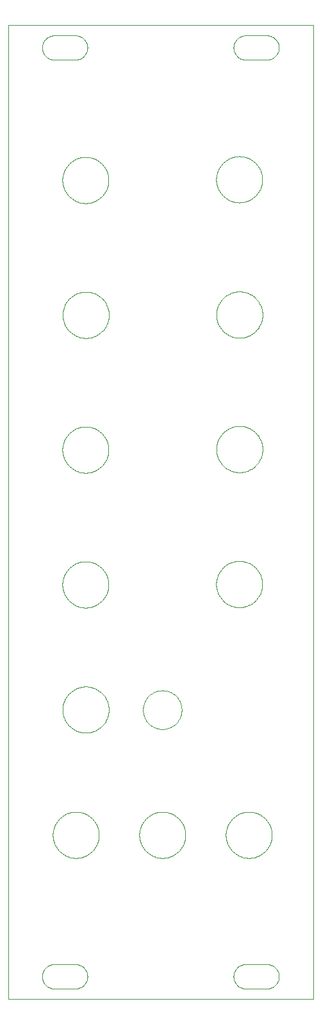
<source format=gbr>
G04 #@! TF.GenerationSoftware,KiCad,Pcbnew,(5.1.10-1-10_14)*
G04 #@! TF.CreationDate,2021-12-08T21:49:38+01:00*
G04 #@! TF.ProjectId,kicad_panel,6b696361-645f-4706-916e-656c2e6b6963,rev?*
G04 #@! TF.SameCoordinates,Original*
G04 #@! TF.FileFunction,Profile,NP*
%FSLAX46Y46*%
G04 Gerber Fmt 4.6, Leading zero omitted, Abs format (unit mm)*
G04 Created by KiCad (PCBNEW (5.1.10-1-10_14)) date 2021-12-08 21:49:38*
%MOMM*%
%LPD*%
G01*
G04 APERTURE LIST*
G04 #@! TA.AperFunction,Profile*
%ADD10C,0.100000*%
G04 #@! TD*
G04 APERTURE END LIST*
D10*
X126613800Y-142857500D02*
X126609800Y-143014500D01*
X126609800Y-143014500D02*
X126598100Y-143169500D01*
X126598100Y-143169500D02*
X126578700Y-143322500D01*
X126578700Y-143322500D02*
X126551800Y-143472500D01*
X126551800Y-143472500D02*
X126517800Y-143620500D01*
X126517800Y-143620500D02*
X126476700Y-143764500D01*
X126476700Y-143764500D02*
X126428700Y-143906500D01*
X126428700Y-143906500D02*
X126374100Y-144044500D01*
X126374100Y-144044500D02*
X126313000Y-144180500D01*
X126313000Y-144180500D02*
X126245700Y-144311500D01*
X126245700Y-144311500D02*
X126172200Y-144439500D01*
X126172200Y-144439500D02*
X126092900Y-144563500D01*
X126092900Y-144563500D02*
X126007900Y-144682500D01*
X126007900Y-144682500D02*
X125917300Y-144797500D01*
X125917300Y-144797500D02*
X125821400Y-144908500D01*
X125821400Y-144908500D02*
X125720500Y-145014500D01*
X125720500Y-145014500D02*
X125614500Y-145115500D01*
X125614500Y-145115500D02*
X125503900Y-145211500D01*
X125503900Y-145211500D02*
X125388600Y-145302500D01*
X125388600Y-145302500D02*
X125269000Y-145387500D01*
X125269000Y-145387500D02*
X125145300Y-145466500D01*
X125145300Y-145466500D02*
X125017600Y-145539500D01*
X125017600Y-145539500D02*
X124886000Y-145607500D01*
X124886000Y-145607500D02*
X124750900Y-145668500D01*
X124750900Y-145668500D02*
X124612400Y-145722500D01*
X124612400Y-145722500D02*
X124470710Y-145770500D01*
X124470710Y-145770500D02*
X124325960Y-145812500D01*
X124325960Y-145812500D02*
X124178400Y-145846500D01*
X124178400Y-145846500D02*
X124028200Y-145872500D01*
X124028200Y-145872500D02*
X123875550Y-145892500D01*
X123875550Y-145892500D02*
X123720660Y-145904500D01*
X123720660Y-145904500D02*
X123563700Y-145908500D01*
X123563700Y-145908500D02*
X123406770Y-145904500D01*
X123406770Y-145904500D02*
X123251910Y-145892500D01*
X123251910Y-145892500D02*
X123099290Y-145872500D01*
X123099290Y-145872500D02*
X122949130Y-145846500D01*
X122949130Y-145846500D02*
X122801560Y-145812500D01*
X122801560Y-145812500D02*
X122656850Y-145770500D01*
X122656850Y-145770500D02*
X122515170Y-145722500D01*
X122515170Y-145722500D02*
X122376670Y-145668500D01*
X122376670Y-145668500D02*
X122241600Y-145607500D01*
X122241600Y-145607500D02*
X122110080Y-145539500D01*
X122110080Y-145539500D02*
X121982370Y-145466500D01*
X121982370Y-145466500D02*
X121858620Y-145387500D01*
X121858620Y-145387500D02*
X121739060Y-145302500D01*
X121739060Y-145302500D02*
X121623850Y-145211500D01*
X121623850Y-145211500D02*
X121513180Y-145115500D01*
X121513180Y-145115500D02*
X121407240Y-145014500D01*
X121407240Y-145014500D02*
X121306280Y-144908500D01*
X121306280Y-144908500D02*
X121210430Y-144797500D01*
X121210430Y-144797500D02*
X121119870Y-144682500D01*
X121119870Y-144682500D02*
X121034850Y-144563500D01*
X121034850Y-144563500D02*
X120955510Y-144439500D01*
X120955510Y-144439500D02*
X120882060Y-144311500D01*
X120882060Y-144311500D02*
X120814710Y-144180500D01*
X120814710Y-144180500D02*
X120753610Y-144044500D01*
X120753610Y-144044500D02*
X120699000Y-143906500D01*
X120699000Y-143906500D02*
X120651060Y-143764500D01*
X120651060Y-143764500D02*
X120609960Y-143620500D01*
X120609960Y-143620500D02*
X120575920Y-143472500D01*
X120575920Y-143472500D02*
X120549070Y-143322500D01*
X120549070Y-143322500D02*
X120529670Y-143169500D01*
X120529670Y-143169500D02*
X120517920Y-143014500D01*
X120517920Y-143014500D02*
X120513930Y-142857500D01*
X120513930Y-142857500D02*
X120517920Y-142700500D01*
X120517920Y-142700500D02*
X120529670Y-142546500D01*
X120529670Y-142546500D02*
X120549070Y-142393500D01*
X120549070Y-142393500D02*
X120575920Y-142243500D01*
X120575920Y-142243500D02*
X120609960Y-142095500D01*
X120609960Y-142095500D02*
X120651060Y-141950500D01*
X120651060Y-141950500D02*
X120699000Y-141809500D01*
X120699000Y-141809500D02*
X120753610Y-141670500D01*
X120753610Y-141670500D02*
X120814710Y-141535500D01*
X120814710Y-141535500D02*
X120882060Y-141404500D01*
X120882060Y-141404500D02*
X120955510Y-141276500D01*
X120955510Y-141276500D02*
X121034850Y-141152500D01*
X121034850Y-141152500D02*
X121119870Y-141032500D01*
X121119870Y-141032500D02*
X121210430Y-140917500D01*
X121210430Y-140917500D02*
X121306280Y-140807500D01*
X121306280Y-140807500D02*
X121407240Y-140701500D01*
X121407240Y-140701500D02*
X121513180Y-140600500D01*
X121513180Y-140600500D02*
X121623850Y-140504500D01*
X121623850Y-140504500D02*
X121739060Y-140413500D01*
X121739060Y-140413500D02*
X121858620Y-140328500D01*
X121858620Y-140328500D02*
X121982370Y-140249500D01*
X121982370Y-140249500D02*
X122110080Y-140175500D01*
X122110080Y-140175500D02*
X122241600Y-140108500D01*
X122241600Y-140108500D02*
X122376670Y-140047500D01*
X122376670Y-140047500D02*
X122515170Y-139992500D01*
X122515170Y-139992500D02*
X122656850Y-139944500D01*
X122656850Y-139944500D02*
X122801560Y-139903500D01*
X122801560Y-139903500D02*
X122949130Y-139869500D01*
X122949130Y-139869500D02*
X123099290Y-139842500D01*
X123099290Y-139842500D02*
X123251910Y-139823500D01*
X123251910Y-139823500D02*
X123406770Y-139811500D01*
X123406770Y-139811500D02*
X123563700Y-139807500D01*
X123563700Y-139807500D02*
X123720660Y-139811500D01*
X123720660Y-139811500D02*
X123875550Y-139823500D01*
X123875550Y-139823500D02*
X124028200Y-139842500D01*
X124028200Y-139842500D02*
X124178400Y-139869500D01*
X124178400Y-139869500D02*
X124325960Y-139903500D01*
X124325960Y-139903500D02*
X124470710Y-139944500D01*
X124470710Y-139944500D02*
X124612400Y-139992500D01*
X124612400Y-139992500D02*
X124750900Y-140047500D01*
X124750900Y-140047500D02*
X124886000Y-140108500D01*
X124886000Y-140108500D02*
X125017600Y-140175500D01*
X125017600Y-140175500D02*
X125145300Y-140249500D01*
X125145300Y-140249500D02*
X125269000Y-140328500D01*
X125269000Y-140328500D02*
X125388600Y-140413500D01*
X125388600Y-140413500D02*
X125503900Y-140504500D01*
X125503900Y-140504500D02*
X125614500Y-140600500D01*
X125614500Y-140600500D02*
X125720400Y-140701500D01*
X125720400Y-140701500D02*
X125821400Y-140807500D01*
X125821400Y-140807500D02*
X125917300Y-140917500D01*
X125917300Y-140917500D02*
X126007900Y-141032500D01*
X126007900Y-141032500D02*
X126092900Y-141152500D01*
X126092900Y-141152500D02*
X126172200Y-141276500D01*
X126172200Y-141276500D02*
X126245700Y-141404500D01*
X126245700Y-141404500D02*
X126313000Y-141535500D01*
X126313000Y-141535500D02*
X126374100Y-141670500D01*
X126374100Y-141670500D02*
X126428700Y-141809500D01*
X126428700Y-141809500D02*
X126476700Y-141950500D01*
X126476700Y-141950500D02*
X126517800Y-142095500D01*
X126517800Y-142095500D02*
X126551800Y-142243500D01*
X126551800Y-142243500D02*
X126578700Y-142393500D01*
X126578700Y-142393500D02*
X126598100Y-142546500D01*
X126598100Y-142546500D02*
X126609800Y-142700500D01*
X126609800Y-142700500D02*
X126613800Y-142857500D01*
X126613800Y-142857500D02*
X126613800Y-142857500D01*
X126613800Y-142857500D02*
X126613800Y-142857500D01*
X138044000Y-142857500D02*
X138040000Y-143014500D01*
X138040000Y-143014500D02*
X138028200Y-143169500D01*
X138028200Y-143169500D02*
X138008800Y-143322500D01*
X138008800Y-143322500D02*
X137982000Y-143472500D01*
X137982000Y-143472500D02*
X137947900Y-143620500D01*
X137947900Y-143620500D02*
X137906800Y-143764500D01*
X137906800Y-143764500D02*
X137858900Y-143906500D01*
X137858900Y-143906500D02*
X137804300Y-144044500D01*
X137804300Y-144044500D02*
X137743200Y-144180500D01*
X137743200Y-144180500D02*
X137675800Y-144311500D01*
X137675800Y-144311500D02*
X137602400Y-144439500D01*
X137602400Y-144439500D02*
X137523000Y-144563500D01*
X137523000Y-144563500D02*
X137438000Y-144682500D01*
X137438000Y-144682500D02*
X137347500Y-144797500D01*
X137347500Y-144797500D02*
X137251600Y-144908500D01*
X137251600Y-144908500D02*
X137150600Y-145014500D01*
X137150600Y-145014500D02*
X137044700Y-145115500D01*
X137044700Y-145115500D02*
X136934000Y-145211500D01*
X136934000Y-145211500D02*
X136818800Y-145302500D01*
X136818800Y-145302500D02*
X136699200Y-145387500D01*
X136699200Y-145387500D02*
X136575400Y-145466500D01*
X136575400Y-145466500D02*
X136447700Y-145539500D01*
X136447700Y-145539500D02*
X136316200Y-145607500D01*
X136316200Y-145607500D02*
X136181100Y-145668500D01*
X136181100Y-145668500D02*
X136042600Y-145722500D01*
X136042600Y-145722500D02*
X135900800Y-145770500D01*
X135900800Y-145770500D02*
X135756100Y-145812500D01*
X135756100Y-145812500D02*
X135608500Y-145846500D01*
X135608500Y-145846500D02*
X135458300Y-145872500D01*
X135458300Y-145872500D02*
X135305700Y-145892500D01*
X135305700Y-145892500D02*
X135150800Y-145904500D01*
X135150800Y-145904500D02*
X134993800Y-145908500D01*
X134993800Y-145908500D02*
X134836900Y-145904500D01*
X134836900Y-145904500D02*
X134682000Y-145892500D01*
X134682000Y-145892500D02*
X134529300Y-145872500D01*
X134529300Y-145872500D02*
X134379100Y-145846500D01*
X134379100Y-145846500D02*
X134231600Y-145812500D01*
X134231600Y-145812500D02*
X134086800Y-145770500D01*
X134086800Y-145770500D02*
X133945100Y-145722500D01*
X133945100Y-145722500D02*
X133806600Y-145668500D01*
X133806600Y-145668500D02*
X133671500Y-145607500D01*
X133671500Y-145607500D02*
X133540000Y-145539500D01*
X133540000Y-145539500D02*
X133412300Y-145466500D01*
X133412300Y-145466500D02*
X133288500Y-145387500D01*
X133288500Y-145387500D02*
X133168900Y-145302500D01*
X133168900Y-145302500D02*
X133053700Y-145211500D01*
X133053700Y-145211500D02*
X132943000Y-145115500D01*
X132943000Y-145115500D02*
X132837100Y-145014500D01*
X132837100Y-145014500D02*
X132736100Y-144908500D01*
X132736100Y-144908500D02*
X132640200Y-144797500D01*
X132640200Y-144797500D02*
X132549700Y-144682500D01*
X132549700Y-144682500D02*
X132464600Y-144563500D01*
X132464600Y-144563500D02*
X132385300Y-144439500D01*
X132385300Y-144439500D02*
X132311900Y-144311500D01*
X132311900Y-144311500D02*
X132244500Y-144180500D01*
X132244500Y-144180500D02*
X132183400Y-144044500D01*
X132183400Y-144044500D02*
X132128800Y-143906500D01*
X132128800Y-143906500D02*
X132080900Y-143764500D01*
X132080900Y-143764500D02*
X132039800Y-143620500D01*
X132039800Y-143620500D02*
X132005700Y-143472500D01*
X132005700Y-143472500D02*
X131978900Y-143322500D01*
X131978900Y-143322500D02*
X131959500Y-143169500D01*
X131959500Y-143169500D02*
X131947700Y-143014500D01*
X131947700Y-143014500D02*
X131943700Y-142857500D01*
X131943700Y-142857500D02*
X131947700Y-142700500D01*
X131947700Y-142700500D02*
X131959500Y-142546500D01*
X131959500Y-142546500D02*
X131978900Y-142393500D01*
X131978900Y-142393500D02*
X132005700Y-142243500D01*
X132005700Y-142243500D02*
X132039800Y-142095500D01*
X132039800Y-142095500D02*
X132080900Y-141950500D01*
X132080900Y-141950500D02*
X132128800Y-141809500D01*
X132128800Y-141809500D02*
X132183400Y-141670500D01*
X132183400Y-141670500D02*
X132244500Y-141535500D01*
X132244500Y-141535500D02*
X132311900Y-141404500D01*
X132311900Y-141404500D02*
X132385300Y-141276500D01*
X132385300Y-141276500D02*
X132464600Y-141152500D01*
X132464600Y-141152500D02*
X132549700Y-141032500D01*
X132549700Y-141032500D02*
X132640200Y-140917500D01*
X132640200Y-140917500D02*
X132736100Y-140807500D01*
X132736100Y-140807500D02*
X132837100Y-140701500D01*
X132837100Y-140701500D02*
X132943000Y-140600500D01*
X132943000Y-140600500D02*
X133053700Y-140504500D01*
X133053700Y-140504500D02*
X133168900Y-140413500D01*
X133168900Y-140413500D02*
X133288500Y-140328500D01*
X133288500Y-140328500D02*
X133412300Y-140249500D01*
X133412300Y-140249500D02*
X133540000Y-140175500D01*
X133540000Y-140175500D02*
X133671500Y-140108500D01*
X133671500Y-140108500D02*
X133806600Y-140047500D01*
X133806600Y-140047500D02*
X133945100Y-139992500D01*
X133945100Y-139992500D02*
X134086800Y-139944500D01*
X134086800Y-139944500D02*
X134231600Y-139903500D01*
X134231600Y-139903500D02*
X134379100Y-139869500D01*
X134379100Y-139869500D02*
X134529300Y-139842500D01*
X134529300Y-139842500D02*
X134682000Y-139823500D01*
X134682000Y-139823500D02*
X134836900Y-139811500D01*
X134836900Y-139811500D02*
X134993800Y-139807500D01*
X134993800Y-139807500D02*
X135150800Y-139811500D01*
X135150800Y-139811500D02*
X135305700Y-139823500D01*
X135305700Y-139823500D02*
X135458300Y-139842500D01*
X135458300Y-139842500D02*
X135608500Y-139869500D01*
X135608500Y-139869500D02*
X135756100Y-139903500D01*
X135756100Y-139903500D02*
X135900800Y-139944500D01*
X135900800Y-139944500D02*
X136042600Y-139992500D01*
X136042600Y-139992500D02*
X136181100Y-140047500D01*
X136181100Y-140047500D02*
X136316200Y-140108500D01*
X136316200Y-140108500D02*
X136447700Y-140175500D01*
X136447700Y-140175500D02*
X136575400Y-140249500D01*
X136575400Y-140249500D02*
X136699200Y-140328500D01*
X136699200Y-140328500D02*
X136818800Y-140413500D01*
X136818800Y-140413500D02*
X136934000Y-140504500D01*
X136934000Y-140504500D02*
X137044700Y-140600500D01*
X137044700Y-140600500D02*
X137150600Y-140701500D01*
X137150600Y-140701500D02*
X137251600Y-140807500D01*
X137251600Y-140807500D02*
X137347500Y-140917500D01*
X137347500Y-140917500D02*
X137438000Y-141032500D01*
X137438000Y-141032500D02*
X137523000Y-141152500D01*
X137523000Y-141152500D02*
X137602400Y-141276500D01*
X137602400Y-141276500D02*
X137675800Y-141404500D01*
X137675800Y-141404500D02*
X137743200Y-141535500D01*
X137743200Y-141535500D02*
X137804300Y-141670500D01*
X137804300Y-141670500D02*
X137858900Y-141809500D01*
X137858900Y-141809500D02*
X137906800Y-141950500D01*
X137906800Y-141950500D02*
X137947900Y-142095500D01*
X137947900Y-142095500D02*
X137982000Y-142243500D01*
X137982000Y-142243500D02*
X138008800Y-142393500D01*
X138008800Y-142393500D02*
X138028200Y-142546500D01*
X138028200Y-142546500D02*
X138040000Y-142700500D01*
X138040000Y-142700500D02*
X138044000Y-142857500D01*
X138044000Y-142857500D02*
X138044000Y-142857500D01*
X138044000Y-142857500D02*
X138044000Y-142857500D01*
X149473800Y-142857500D02*
X149469800Y-143014500D01*
X149469800Y-143014500D02*
X149458000Y-143169500D01*
X149458000Y-143169500D02*
X149438600Y-143322500D01*
X149438600Y-143322500D02*
X149411800Y-143472500D01*
X149411800Y-143472500D02*
X149377700Y-143620500D01*
X149377700Y-143620500D02*
X149336600Y-143764500D01*
X149336600Y-143764500D02*
X149288700Y-143906500D01*
X149288700Y-143906500D02*
X149234100Y-144044500D01*
X149234100Y-144044500D02*
X149173000Y-144180500D01*
X149173000Y-144180500D02*
X149105700Y-144311500D01*
X149105700Y-144311500D02*
X149032300Y-144439500D01*
X149032300Y-144439500D02*
X148952900Y-144563500D01*
X148952900Y-144563500D02*
X148867900Y-144682500D01*
X148867900Y-144682500D02*
X148777400Y-144797500D01*
X148777400Y-144797500D02*
X148681500Y-144908500D01*
X148681500Y-144908500D02*
X148580500Y-145014500D01*
X148580500Y-145014500D02*
X148474600Y-145115500D01*
X148474600Y-145115500D02*
X148363900Y-145211500D01*
X148363900Y-145211500D02*
X148248700Y-145302500D01*
X148248700Y-145302500D02*
X148129100Y-145387500D01*
X148129100Y-145387500D02*
X148005400Y-145466500D01*
X148005400Y-145466500D02*
X147877700Y-145539500D01*
X147877700Y-145539500D02*
X147746100Y-145607500D01*
X147746100Y-145607500D02*
X147611000Y-145668500D01*
X147611000Y-145668500D02*
X147472500Y-145722500D01*
X147472500Y-145722500D02*
X147330800Y-145770500D01*
X147330800Y-145770500D02*
X147186000Y-145812500D01*
X147186000Y-145812500D02*
X147038400Y-145846500D01*
X147038400Y-145846500D02*
X146888200Y-145872500D01*
X146888200Y-145872500D02*
X146735500Y-145892500D01*
X146735500Y-145892500D02*
X146580600Y-145904500D01*
X146580600Y-145904500D02*
X146423600Y-145908500D01*
X146423600Y-145908500D02*
X146266700Y-145904500D01*
X146266700Y-145904500D02*
X146111800Y-145892500D01*
X146111800Y-145892500D02*
X145959200Y-145872500D01*
X145959200Y-145872500D02*
X145809100Y-145846500D01*
X145809100Y-145846500D02*
X145661500Y-145812500D01*
X145661500Y-145812500D02*
X145516800Y-145770500D01*
X145516800Y-145770500D02*
X145375100Y-145722500D01*
X145375100Y-145722500D02*
X145236600Y-145668500D01*
X145236600Y-145668500D02*
X145101500Y-145607500D01*
X145101500Y-145607500D02*
X144970000Y-145539500D01*
X144970000Y-145539500D02*
X144842300Y-145466500D01*
X144842300Y-145466500D02*
X144718600Y-145387500D01*
X144718600Y-145387500D02*
X144599000Y-145302500D01*
X144599000Y-145302500D02*
X144483800Y-145211500D01*
X144483800Y-145211500D02*
X144373100Y-145115500D01*
X144373100Y-145115500D02*
X144267200Y-145014500D01*
X144267200Y-145014500D02*
X144166200Y-144908500D01*
X144166200Y-144908500D02*
X144070400Y-144797500D01*
X144070400Y-144797500D02*
X143979800Y-144682500D01*
X143979800Y-144682500D02*
X143894800Y-144563500D01*
X143894800Y-144563500D02*
X143815400Y-144439500D01*
X143815400Y-144439500D02*
X143742000Y-144311500D01*
X143742000Y-144311500D02*
X143674700Y-144180500D01*
X143674700Y-144180500D02*
X143613600Y-144044500D01*
X143613600Y-144044500D02*
X143558900Y-143906500D01*
X143558900Y-143906500D02*
X143511000Y-143764500D01*
X143511000Y-143764500D02*
X143469900Y-143620500D01*
X143469900Y-143620500D02*
X143435900Y-143472500D01*
X143435900Y-143472500D02*
X143409000Y-143322500D01*
X143409000Y-143322500D02*
X143389600Y-143169500D01*
X143389600Y-143169500D02*
X143377900Y-143014500D01*
X143377900Y-143014500D02*
X143373900Y-142857500D01*
X143373900Y-142857500D02*
X143377900Y-142700500D01*
X143377900Y-142700500D02*
X143389600Y-142546500D01*
X143389600Y-142546500D02*
X143409000Y-142393500D01*
X143409000Y-142393500D02*
X143435900Y-142243500D01*
X143435900Y-142243500D02*
X143469900Y-142095500D01*
X143469900Y-142095500D02*
X143511000Y-141950500D01*
X143511000Y-141950500D02*
X143558900Y-141809500D01*
X143558900Y-141809500D02*
X143613600Y-141670500D01*
X143613600Y-141670500D02*
X143674700Y-141535500D01*
X143674700Y-141535500D02*
X143742000Y-141404500D01*
X143742000Y-141404500D02*
X143815400Y-141276500D01*
X143815400Y-141276500D02*
X143894800Y-141152500D01*
X143894800Y-141152500D02*
X143979800Y-141032500D01*
X143979800Y-141032500D02*
X144070400Y-140917500D01*
X144070400Y-140917500D02*
X144166200Y-140807500D01*
X144166200Y-140807500D02*
X144267200Y-140701500D01*
X144267200Y-140701500D02*
X144373100Y-140600500D01*
X144373100Y-140600500D02*
X144483800Y-140504500D01*
X144483800Y-140504500D02*
X144599000Y-140413500D01*
X144599000Y-140413500D02*
X144718600Y-140328500D01*
X144718600Y-140328500D02*
X144842300Y-140249500D01*
X144842300Y-140249500D02*
X144970000Y-140175500D01*
X144970000Y-140175500D02*
X145101500Y-140108500D01*
X145101500Y-140108500D02*
X145236600Y-140047500D01*
X145236600Y-140047500D02*
X145375100Y-139992500D01*
X145375100Y-139992500D02*
X145516800Y-139944500D01*
X145516800Y-139944500D02*
X145661500Y-139903500D01*
X145661500Y-139903500D02*
X145809100Y-139869500D01*
X145809100Y-139869500D02*
X145959200Y-139842500D01*
X145959200Y-139842500D02*
X146111800Y-139823500D01*
X146111800Y-139823500D02*
X146266700Y-139811500D01*
X146266700Y-139811500D02*
X146423600Y-139807500D01*
X146423600Y-139807500D02*
X146580600Y-139811500D01*
X146580600Y-139811500D02*
X146735500Y-139823500D01*
X146735500Y-139823500D02*
X146888200Y-139842500D01*
X146888200Y-139842500D02*
X147038400Y-139869500D01*
X147038400Y-139869500D02*
X147186000Y-139903500D01*
X147186000Y-139903500D02*
X147330800Y-139944500D01*
X147330800Y-139944500D02*
X147472500Y-139992500D01*
X147472500Y-139992500D02*
X147611000Y-140047500D01*
X147611000Y-140047500D02*
X147746100Y-140108500D01*
X147746100Y-140108500D02*
X147877700Y-140175500D01*
X147877700Y-140175500D02*
X148005400Y-140249500D01*
X148005400Y-140249500D02*
X148129100Y-140328500D01*
X148129100Y-140328500D02*
X148248700Y-140413500D01*
X148248700Y-140413500D02*
X148363900Y-140504500D01*
X148363900Y-140504500D02*
X148474600Y-140600500D01*
X148474600Y-140600500D02*
X148580500Y-140701500D01*
X148580500Y-140701500D02*
X148681500Y-140807500D01*
X148681500Y-140807500D02*
X148777400Y-140917500D01*
X148777400Y-140917500D02*
X148867900Y-141032500D01*
X148867900Y-141032500D02*
X148952900Y-141152500D01*
X148952900Y-141152500D02*
X149032300Y-141276500D01*
X149032300Y-141276500D02*
X149105700Y-141404500D01*
X149105700Y-141404500D02*
X149173000Y-141535500D01*
X149173000Y-141535500D02*
X149234100Y-141670500D01*
X149234100Y-141670500D02*
X149288700Y-141809500D01*
X149288700Y-141809500D02*
X149336600Y-141950500D01*
X149336600Y-141950500D02*
X149377700Y-142095500D01*
X149377700Y-142095500D02*
X149411800Y-142243500D01*
X149411800Y-142243500D02*
X149438600Y-142393500D01*
X149438600Y-142393500D02*
X149458000Y-142546500D01*
X149458000Y-142546500D02*
X149469800Y-142700500D01*
X149469800Y-142700500D02*
X149473800Y-142857500D01*
X149473800Y-142857500D02*
X149473800Y-142857500D01*
X149473800Y-142857500D02*
X149473800Y-142857500D01*
X127883900Y-56497800D02*
X127879900Y-56654700D01*
X127879900Y-56654700D02*
X127868100Y-56809600D01*
X127868100Y-56809600D02*
X127848700Y-56962300D01*
X127848700Y-56962300D02*
X127821900Y-57112500D01*
X127821900Y-57112500D02*
X127787800Y-57260000D01*
X127787800Y-57260000D02*
X127746700Y-57404800D01*
X127746700Y-57404800D02*
X127698800Y-57546500D01*
X127698800Y-57546500D02*
X127644200Y-57685000D01*
X127644200Y-57685000D02*
X127583100Y-57820100D01*
X127583100Y-57820100D02*
X127515700Y-57951600D01*
X127515700Y-57951600D02*
X127442300Y-58079300D01*
X127442300Y-58079300D02*
X127362900Y-58203100D01*
X127362900Y-58203100D02*
X127277900Y-58322700D01*
X127277900Y-58322700D02*
X127187400Y-58437900D01*
X127187400Y-58437900D02*
X127091500Y-58548600D01*
X127091500Y-58548600D02*
X126990500Y-58654500D01*
X126990500Y-58654500D02*
X126884600Y-58755500D01*
X126884600Y-58755500D02*
X126773900Y-58851400D01*
X126773900Y-58851400D02*
X126658700Y-58941900D01*
X126658700Y-58941900D02*
X126539100Y-59027000D01*
X126539100Y-59027000D02*
X126415300Y-59106300D01*
X126415300Y-59106300D02*
X126287600Y-59179700D01*
X126287600Y-59179700D02*
X126156100Y-59247100D01*
X126156100Y-59247100D02*
X126021000Y-59308200D01*
X126021000Y-59308200D02*
X125882500Y-59362800D01*
X125882500Y-59362800D02*
X125740700Y-59410700D01*
X125740700Y-59410700D02*
X125596000Y-59451800D01*
X125596000Y-59451800D02*
X125448400Y-59485900D01*
X125448400Y-59485900D02*
X125298200Y-59512700D01*
X125298200Y-59512700D02*
X125145600Y-59532100D01*
X125145600Y-59532100D02*
X124990700Y-59543900D01*
X124990700Y-59543900D02*
X124833700Y-59547900D01*
X124833700Y-59547900D02*
X124676800Y-59543900D01*
X124676800Y-59543900D02*
X124521940Y-59532100D01*
X124521940Y-59532100D02*
X124369330Y-59512700D01*
X124369330Y-59512700D02*
X124219160Y-59485900D01*
X124219160Y-59485900D02*
X124071590Y-59451800D01*
X124071590Y-59451800D02*
X123926880Y-59410700D01*
X123926880Y-59410700D02*
X123785240Y-59362800D01*
X123785240Y-59362800D02*
X123646740Y-59308200D01*
X123646740Y-59308200D02*
X123511660Y-59247100D01*
X123511660Y-59247100D02*
X123380140Y-59179700D01*
X123380140Y-59179700D02*
X123252440Y-59106300D01*
X123252440Y-59106300D02*
X123128680Y-59027000D01*
X123128680Y-59027000D02*
X123009130Y-58941900D01*
X123009130Y-58941900D02*
X122893910Y-58851400D01*
X122893910Y-58851400D02*
X122783240Y-58755500D01*
X122783240Y-58755500D02*
X122677300Y-58654500D01*
X122677300Y-58654500D02*
X122576340Y-58548600D01*
X122576340Y-58548600D02*
X122480490Y-58437900D01*
X122480490Y-58437900D02*
X122389930Y-58322700D01*
X122389930Y-58322700D02*
X122304910Y-58203100D01*
X122304910Y-58203100D02*
X122225570Y-58079300D01*
X122225570Y-58079300D02*
X122152120Y-57951600D01*
X122152120Y-57951600D02*
X122084780Y-57820100D01*
X122084780Y-57820100D02*
X122023680Y-57685000D01*
X122023680Y-57685000D02*
X121969070Y-57546500D01*
X121969070Y-57546500D02*
X121921130Y-57404800D01*
X121921130Y-57404800D02*
X121880030Y-57260000D01*
X121880030Y-57260000D02*
X121845980Y-57112500D01*
X121845980Y-57112500D02*
X121819140Y-56962300D01*
X121819140Y-56962300D02*
X121799740Y-56809600D01*
X121799740Y-56809600D02*
X121787990Y-56654700D01*
X121787990Y-56654700D02*
X121784000Y-56497800D01*
X121784000Y-56497800D02*
X121787990Y-56340800D01*
X121787990Y-56340800D02*
X121799740Y-56185900D01*
X121799740Y-56185900D02*
X121819140Y-56033300D01*
X121819140Y-56033300D02*
X121845980Y-55883100D01*
X121845980Y-55883100D02*
X121880030Y-55735500D01*
X121880030Y-55735500D02*
X121921130Y-55590800D01*
X121921130Y-55590800D02*
X121969070Y-55449000D01*
X121969070Y-55449000D02*
X122023680Y-55310500D01*
X122023680Y-55310500D02*
X122084780Y-55175400D01*
X122084780Y-55175400D02*
X122152120Y-55043900D01*
X122152120Y-55043900D02*
X122225570Y-54916200D01*
X122225570Y-54916200D02*
X122304910Y-54792400D01*
X122304910Y-54792400D02*
X122389930Y-54672800D01*
X122389930Y-54672800D02*
X122480490Y-54557600D01*
X122480490Y-54557600D02*
X122576340Y-54446900D01*
X122576340Y-54446900D02*
X122677300Y-54341000D01*
X122677300Y-54341000D02*
X122783240Y-54240000D01*
X122783240Y-54240000D02*
X122893910Y-54144100D01*
X122893910Y-54144100D02*
X123009130Y-54053600D01*
X123009130Y-54053600D02*
X123128680Y-53968600D01*
X123128680Y-53968600D02*
X123252440Y-53889200D01*
X123252440Y-53889200D02*
X123380140Y-53815800D01*
X123380140Y-53815800D02*
X123511660Y-53748400D01*
X123511660Y-53748400D02*
X123646740Y-53687300D01*
X123646740Y-53687300D02*
X123785240Y-53632700D01*
X123785240Y-53632700D02*
X123926910Y-53584800D01*
X123926910Y-53584800D02*
X124071620Y-53543700D01*
X124071620Y-53543700D02*
X124219190Y-53509600D01*
X124219190Y-53509600D02*
X124369360Y-53482800D01*
X124369360Y-53482800D02*
X124521970Y-53463400D01*
X124521970Y-53463400D02*
X124676800Y-53451600D01*
X124676800Y-53451600D02*
X124833800Y-53447600D01*
X124833800Y-53447600D02*
X124990700Y-53451600D01*
X124990700Y-53451600D02*
X125145600Y-53463400D01*
X125145600Y-53463400D02*
X125298300Y-53482800D01*
X125298300Y-53482800D02*
X125448500Y-53509600D01*
X125448500Y-53509600D02*
X125596000Y-53543700D01*
X125596000Y-53543700D02*
X125740800Y-53584800D01*
X125740800Y-53584800D02*
X125882500Y-53632700D01*
X125882500Y-53632700D02*
X126021000Y-53687300D01*
X126021000Y-53687300D02*
X126156100Y-53748400D01*
X126156100Y-53748400D02*
X126287600Y-53815800D01*
X126287600Y-53815800D02*
X126415400Y-53889200D01*
X126415400Y-53889200D02*
X126539100Y-53968600D01*
X126539100Y-53968600D02*
X126658700Y-54053600D01*
X126658700Y-54053600D02*
X126773900Y-54144100D01*
X126773900Y-54144100D02*
X126884600Y-54240000D01*
X126884600Y-54240000D02*
X126990500Y-54341000D01*
X126990500Y-54341000D02*
X127091500Y-54446900D01*
X127091500Y-54446900D02*
X127187400Y-54557600D01*
X127187400Y-54557600D02*
X127277900Y-54672800D01*
X127277900Y-54672800D02*
X127363000Y-54792400D01*
X127363000Y-54792400D02*
X127442300Y-54916200D01*
X127442300Y-54916200D02*
X127515700Y-55043900D01*
X127515700Y-55043900D02*
X127583100Y-55175400D01*
X127583100Y-55175400D02*
X127644200Y-55310500D01*
X127644200Y-55310500D02*
X127698800Y-55449000D01*
X127698800Y-55449000D02*
X127746700Y-55590800D01*
X127746700Y-55590800D02*
X127787800Y-55735500D01*
X127787800Y-55735500D02*
X127821900Y-55883100D01*
X127821900Y-55883100D02*
X127848700Y-56033300D01*
X127848700Y-56033300D02*
X127868100Y-56185900D01*
X127868100Y-56185900D02*
X127879900Y-56340800D01*
X127879900Y-56340800D02*
X127883900Y-56497800D01*
X127883900Y-56497800D02*
X127883900Y-56497800D01*
X127883900Y-56497800D02*
X127883900Y-56497800D01*
X127928000Y-74277800D02*
X127924000Y-74434700D01*
X127924000Y-74434700D02*
X127912200Y-74589600D01*
X127912200Y-74589600D02*
X127892800Y-74742300D01*
X127892800Y-74742300D02*
X127866000Y-74892500D01*
X127866000Y-74892500D02*
X127831900Y-75040000D01*
X127831900Y-75040000D02*
X127790800Y-75184800D01*
X127790800Y-75184800D02*
X127742900Y-75326500D01*
X127742900Y-75326500D02*
X127688300Y-75465000D01*
X127688300Y-75465000D02*
X127627200Y-75600100D01*
X127627200Y-75600100D02*
X127559800Y-75731600D01*
X127559800Y-75731600D02*
X127486400Y-75859300D01*
X127486400Y-75859300D02*
X127407000Y-75983100D01*
X127407000Y-75983100D02*
X127322000Y-76102700D01*
X127322000Y-76102700D02*
X127231400Y-76217900D01*
X127231400Y-76217900D02*
X127135600Y-76328600D01*
X127135600Y-76328600D02*
X127034600Y-76434500D01*
X127034600Y-76434500D02*
X126928700Y-76535500D01*
X126928700Y-76535500D02*
X126818000Y-76631400D01*
X126818000Y-76631400D02*
X126702800Y-76721900D01*
X126702800Y-76721900D02*
X126583200Y-76807000D01*
X126583200Y-76807000D02*
X126459400Y-76886300D01*
X126459400Y-76886300D02*
X126331700Y-76959700D01*
X126331700Y-76959700D02*
X126200200Y-77027100D01*
X126200200Y-77027100D02*
X126065100Y-77088200D01*
X126065100Y-77088200D02*
X125926600Y-77142800D01*
X125926600Y-77142800D02*
X125784800Y-77190700D01*
X125784800Y-77190700D02*
X125640100Y-77231800D01*
X125640100Y-77231800D02*
X125492500Y-77265900D01*
X125492500Y-77265900D02*
X125342300Y-77292700D01*
X125342300Y-77292700D02*
X125189700Y-77312100D01*
X125189700Y-77312100D02*
X125034800Y-77323900D01*
X125034800Y-77323900D02*
X124877800Y-77327900D01*
X124877800Y-77327900D02*
X124720900Y-77323900D01*
X124720900Y-77323900D02*
X124565980Y-77312100D01*
X124565980Y-77312100D02*
X124413330Y-77292700D01*
X124413330Y-77292700D02*
X124263120Y-77265900D01*
X124263120Y-77265900D02*
X124115550Y-77231800D01*
X124115550Y-77231800D02*
X123970840Y-77190700D01*
X123970840Y-77190700D02*
X123829090Y-77142800D01*
X123829090Y-77142800D02*
X123690590Y-77088200D01*
X123690590Y-77088200D02*
X123555480Y-77027100D01*
X123555480Y-77027100D02*
X123423960Y-76959700D01*
X123423960Y-76959700D02*
X123296260Y-76886300D01*
X123296260Y-76886300D02*
X123172500Y-76807000D01*
X123172500Y-76807000D02*
X123052910Y-76721900D01*
X123052910Y-76721900D02*
X122937700Y-76631400D01*
X122937700Y-76631400D02*
X122826990Y-76535500D01*
X122826990Y-76535500D02*
X122721090Y-76434500D01*
X122721090Y-76434500D02*
X122620090Y-76328600D01*
X122620090Y-76328600D02*
X122524200Y-76217900D01*
X122524200Y-76217900D02*
X122433680Y-76102700D01*
X122433680Y-76102700D02*
X122348630Y-75983100D01*
X122348630Y-75983100D02*
X122269290Y-75859300D01*
X122269290Y-75859300D02*
X122195840Y-75731600D01*
X122195840Y-75731600D02*
X122128490Y-75600100D01*
X122128490Y-75600100D02*
X122067430Y-75465000D01*
X122067430Y-75465000D02*
X122012780Y-75326500D01*
X122012780Y-75326500D02*
X121964840Y-75184800D01*
X121964840Y-75184800D02*
X121923740Y-75040000D01*
X121923740Y-75040000D02*
X121889700Y-74892500D01*
X121889700Y-74892500D02*
X121862850Y-74742300D01*
X121862850Y-74742300D02*
X121843450Y-74589600D01*
X121843450Y-74589600D02*
X121831700Y-74434700D01*
X121831700Y-74434700D02*
X121827710Y-74277800D01*
X121827710Y-74277800D02*
X121831700Y-74120800D01*
X121831700Y-74120800D02*
X121843450Y-73965900D01*
X121843450Y-73965900D02*
X121862850Y-73813300D01*
X121862850Y-73813300D02*
X121889700Y-73663100D01*
X121889700Y-73663100D02*
X121923740Y-73515500D01*
X121923740Y-73515500D02*
X121964840Y-73370800D01*
X121964840Y-73370800D02*
X122012780Y-73229000D01*
X122012780Y-73229000D02*
X122067430Y-73090500D01*
X122067430Y-73090500D02*
X122128490Y-72955400D01*
X122128490Y-72955400D02*
X122195840Y-72823900D01*
X122195840Y-72823900D02*
X122269290Y-72696200D01*
X122269290Y-72696200D02*
X122348630Y-72572400D01*
X122348630Y-72572400D02*
X122433680Y-72452800D01*
X122433680Y-72452800D02*
X122524210Y-72337600D01*
X122524210Y-72337600D02*
X122620090Y-72226900D01*
X122620090Y-72226900D02*
X122721090Y-72121000D01*
X122721090Y-72121000D02*
X122826990Y-72020000D01*
X122826990Y-72020000D02*
X122937700Y-71924100D01*
X122937700Y-71924100D02*
X123052910Y-71833600D01*
X123052910Y-71833600D02*
X123172500Y-71748500D01*
X123172500Y-71748500D02*
X123296260Y-71669200D01*
X123296260Y-71669200D02*
X123423960Y-71595800D01*
X123423960Y-71595800D02*
X123555480Y-71528400D01*
X123555480Y-71528400D02*
X123690590Y-71467300D01*
X123690590Y-71467300D02*
X123829090Y-71412700D01*
X123829090Y-71412700D02*
X123970840Y-71364800D01*
X123970840Y-71364800D02*
X124115550Y-71323700D01*
X124115550Y-71323700D02*
X124263120Y-71289600D01*
X124263120Y-71289600D02*
X124413330Y-71262800D01*
X124413330Y-71262800D02*
X124565980Y-71243400D01*
X124565980Y-71243400D02*
X124720900Y-71231600D01*
X124720900Y-71231600D02*
X124877800Y-71227600D01*
X124877800Y-71227600D02*
X125034800Y-71231600D01*
X125034800Y-71231600D02*
X125189700Y-71243400D01*
X125189700Y-71243400D02*
X125342300Y-71262800D01*
X125342300Y-71262800D02*
X125492500Y-71289600D01*
X125492500Y-71289600D02*
X125640100Y-71323700D01*
X125640100Y-71323700D02*
X125784800Y-71364800D01*
X125784800Y-71364800D02*
X125926600Y-71412700D01*
X125926600Y-71412700D02*
X126065100Y-71467300D01*
X126065100Y-71467300D02*
X126200200Y-71528400D01*
X126200200Y-71528400D02*
X126331700Y-71595800D01*
X126331700Y-71595800D02*
X126459400Y-71669200D01*
X126459400Y-71669200D02*
X126583200Y-71748500D01*
X126583200Y-71748500D02*
X126702800Y-71833600D01*
X126702800Y-71833600D02*
X126818000Y-71924100D01*
X126818000Y-71924100D02*
X126928700Y-72020000D01*
X126928700Y-72020000D02*
X127034600Y-72121000D01*
X127034600Y-72121000D02*
X127135600Y-72226900D01*
X127135600Y-72226900D02*
X127231400Y-72337600D01*
X127231400Y-72337600D02*
X127322000Y-72452800D01*
X127322000Y-72452800D02*
X127407000Y-72572400D01*
X127407000Y-72572400D02*
X127486400Y-72696200D01*
X127486400Y-72696200D02*
X127559800Y-72823900D01*
X127559800Y-72823900D02*
X127627200Y-72955400D01*
X127627200Y-72955400D02*
X127688300Y-73090500D01*
X127688300Y-73090500D02*
X127742900Y-73229000D01*
X127742900Y-73229000D02*
X127790800Y-73370800D01*
X127790800Y-73370800D02*
X127831900Y-73515500D01*
X127831900Y-73515500D02*
X127866000Y-73663100D01*
X127866000Y-73663100D02*
X127892800Y-73813300D01*
X127892800Y-73813300D02*
X127912200Y-73965900D01*
X127912200Y-73965900D02*
X127924000Y-74120800D01*
X127924000Y-74120800D02*
X127928000Y-74277800D01*
X127928000Y-74277800D02*
X127928000Y-74277800D01*
X127928000Y-74277800D02*
X127928000Y-74277800D01*
X127883900Y-92057700D02*
X127879900Y-92214700D01*
X127879900Y-92214700D02*
X127868100Y-92369600D01*
X127868100Y-92369600D02*
X127848700Y-92522200D01*
X127848700Y-92522200D02*
X127821900Y-92672400D01*
X127821900Y-92672400D02*
X127787800Y-92820000D01*
X127787800Y-92820000D02*
X127746700Y-92964700D01*
X127746700Y-92964700D02*
X127698800Y-93106400D01*
X127698800Y-93106400D02*
X127644200Y-93245000D01*
X127644200Y-93245000D02*
X127583100Y-93380100D01*
X127583100Y-93380100D02*
X127515700Y-93511600D01*
X127515700Y-93511600D02*
X127442300Y-93639300D01*
X127442300Y-93639300D02*
X127362900Y-93763100D01*
X127362900Y-93763100D02*
X127277900Y-93882600D01*
X127277900Y-93882600D02*
X127187400Y-93997900D01*
X127187400Y-93997900D02*
X127091500Y-94108500D01*
X127091500Y-94108500D02*
X126990500Y-94214500D01*
X126990500Y-94214500D02*
X126884600Y-94315500D01*
X126884600Y-94315500D02*
X126773900Y-94411300D01*
X126773900Y-94411300D02*
X126658700Y-94501900D01*
X126658700Y-94501900D02*
X126539100Y-94586900D01*
X126539100Y-94586900D02*
X126415300Y-94666300D01*
X126415300Y-94666300D02*
X126287600Y-94739700D01*
X126287600Y-94739700D02*
X126156100Y-94807100D01*
X126156100Y-94807100D02*
X126021000Y-94868100D01*
X126021000Y-94868100D02*
X125882500Y-94922800D01*
X125882500Y-94922800D02*
X125740700Y-94970700D01*
X125740700Y-94970700D02*
X125596000Y-95011800D01*
X125596000Y-95011800D02*
X125448400Y-95045900D01*
X125448400Y-95045900D02*
X125298200Y-95072700D01*
X125298200Y-95072700D02*
X125145600Y-95092100D01*
X125145600Y-95092100D02*
X124990700Y-95103900D01*
X124990700Y-95103900D02*
X124833700Y-95107900D01*
X124833700Y-95107900D02*
X124676800Y-95103900D01*
X124676800Y-95103900D02*
X124521940Y-95092100D01*
X124521940Y-95092100D02*
X124369330Y-95072700D01*
X124369330Y-95072700D02*
X124219160Y-95045900D01*
X124219160Y-95045900D02*
X124071620Y-95011800D01*
X124071620Y-95011800D02*
X123926910Y-94970700D01*
X123926910Y-94970700D02*
X123785240Y-94922800D01*
X123785240Y-94922800D02*
X123646740Y-94868100D01*
X123646740Y-94868100D02*
X123511660Y-94807100D01*
X123511660Y-94807100D02*
X123380140Y-94739700D01*
X123380140Y-94739700D02*
X123252440Y-94666300D01*
X123252440Y-94666300D02*
X123128680Y-94586900D01*
X123128680Y-94586900D02*
X123009130Y-94501900D01*
X123009130Y-94501900D02*
X122893910Y-94411300D01*
X122893910Y-94411300D02*
X122783240Y-94315500D01*
X122783240Y-94315500D02*
X122677300Y-94214500D01*
X122677300Y-94214500D02*
X122576340Y-94108500D01*
X122576340Y-94108500D02*
X122480490Y-93997900D01*
X122480490Y-93997900D02*
X122389930Y-93882600D01*
X122389930Y-93882600D02*
X122304910Y-93763100D01*
X122304910Y-93763100D02*
X122225570Y-93639300D01*
X122225570Y-93639300D02*
X122152120Y-93511600D01*
X122152120Y-93511600D02*
X122084780Y-93380100D01*
X122084780Y-93380100D02*
X122023680Y-93245000D01*
X122023680Y-93245000D02*
X121969070Y-93106400D01*
X121969070Y-93106400D02*
X121921130Y-92964700D01*
X121921130Y-92964700D02*
X121880030Y-92820000D01*
X121880030Y-92820000D02*
X121845980Y-92672400D01*
X121845980Y-92672400D02*
X121819140Y-92522200D01*
X121819140Y-92522200D02*
X121799740Y-92369600D01*
X121799740Y-92369600D02*
X121787990Y-92214700D01*
X121787990Y-92214700D02*
X121784000Y-92057700D01*
X121784000Y-92057700D02*
X121787990Y-91900800D01*
X121787990Y-91900800D02*
X121799740Y-91745900D01*
X121799740Y-91745900D02*
X121819140Y-91593200D01*
X121819140Y-91593200D02*
X121845980Y-91443000D01*
X121845980Y-91443000D02*
X121880030Y-91295500D01*
X121880030Y-91295500D02*
X121921130Y-91150700D01*
X121921130Y-91150700D02*
X121969070Y-91009000D01*
X121969070Y-91009000D02*
X122023680Y-90870500D01*
X122023680Y-90870500D02*
X122084780Y-90735400D01*
X122084780Y-90735400D02*
X122152120Y-90603900D01*
X122152120Y-90603900D02*
X122225570Y-90476100D01*
X122225570Y-90476100D02*
X122304910Y-90352400D01*
X122304910Y-90352400D02*
X122389930Y-90232800D01*
X122389930Y-90232800D02*
X122480490Y-90117600D01*
X122480490Y-90117600D02*
X122576340Y-90006900D01*
X122576340Y-90006900D02*
X122677300Y-89901000D01*
X122677300Y-89901000D02*
X122783240Y-89800000D01*
X122783240Y-89800000D02*
X122893910Y-89704100D01*
X122893910Y-89704100D02*
X123009130Y-89613600D01*
X123009130Y-89613600D02*
X123128680Y-89528500D01*
X123128680Y-89528500D02*
X123252440Y-89449200D01*
X123252440Y-89449200D02*
X123380140Y-89375700D01*
X123380140Y-89375700D02*
X123511660Y-89308400D01*
X123511660Y-89308400D02*
X123646740Y-89247300D01*
X123646740Y-89247300D02*
X123785240Y-89192700D01*
X123785240Y-89192700D02*
X123926910Y-89144700D01*
X123926910Y-89144700D02*
X124071620Y-89103600D01*
X124071620Y-89103600D02*
X124219190Y-89069600D01*
X124219190Y-89069600D02*
X124369360Y-89042700D01*
X124369360Y-89042700D02*
X124521970Y-89023300D01*
X124521970Y-89023300D02*
X124676800Y-89011600D01*
X124676800Y-89011600D02*
X124833800Y-89007600D01*
X124833800Y-89007600D02*
X124990700Y-89011600D01*
X124990700Y-89011600D02*
X125145600Y-89023300D01*
X125145600Y-89023300D02*
X125298300Y-89042700D01*
X125298300Y-89042700D02*
X125448500Y-89069600D01*
X125448500Y-89069600D02*
X125596000Y-89103600D01*
X125596000Y-89103600D02*
X125740800Y-89144700D01*
X125740800Y-89144700D02*
X125882500Y-89192700D01*
X125882500Y-89192700D02*
X126021000Y-89247300D01*
X126021000Y-89247300D02*
X126156100Y-89308400D01*
X126156100Y-89308400D02*
X126287600Y-89375700D01*
X126287600Y-89375700D02*
X126415400Y-89449200D01*
X126415400Y-89449200D02*
X126539100Y-89528500D01*
X126539100Y-89528500D02*
X126658700Y-89613600D01*
X126658700Y-89613600D02*
X126773900Y-89704100D01*
X126773900Y-89704100D02*
X126884600Y-89800000D01*
X126884600Y-89800000D02*
X126990500Y-89901000D01*
X126990500Y-89901000D02*
X127091500Y-90006900D01*
X127091500Y-90006900D02*
X127187400Y-90117600D01*
X127187400Y-90117600D02*
X127277900Y-90232800D01*
X127277900Y-90232800D02*
X127363000Y-90352400D01*
X127363000Y-90352400D02*
X127442300Y-90476100D01*
X127442300Y-90476100D02*
X127515700Y-90603900D01*
X127515700Y-90603900D02*
X127583100Y-90735400D01*
X127583100Y-90735400D02*
X127644200Y-90870500D01*
X127644200Y-90870500D02*
X127698800Y-91009000D01*
X127698800Y-91009000D02*
X127746700Y-91150700D01*
X127746700Y-91150700D02*
X127787800Y-91295500D01*
X127787800Y-91295500D02*
X127821900Y-91443000D01*
X127821900Y-91443000D02*
X127848700Y-91593200D01*
X127848700Y-91593200D02*
X127868100Y-91745900D01*
X127868100Y-91745900D02*
X127879900Y-91900800D01*
X127879900Y-91900800D02*
X127883900Y-92057700D01*
X127883900Y-92057700D02*
X127883900Y-92057700D01*
X127883900Y-92057700D02*
X127883900Y-92057700D01*
X127883900Y-109837700D02*
X127879900Y-109994600D01*
X127879900Y-109994600D02*
X127868100Y-110149500D01*
X127868100Y-110149500D02*
X127848700Y-110302200D01*
X127848700Y-110302200D02*
X127821900Y-110452400D01*
X127821900Y-110452400D02*
X127787800Y-110599900D01*
X127787800Y-110599900D02*
X127746700Y-110744700D01*
X127746700Y-110744700D02*
X127698800Y-110886400D01*
X127698800Y-110886400D02*
X127644200Y-111024900D01*
X127644200Y-111024900D02*
X127583100Y-111160000D01*
X127583100Y-111160000D02*
X127515700Y-111291500D01*
X127515700Y-111291500D02*
X127442300Y-111419300D01*
X127442300Y-111419300D02*
X127362900Y-111543000D01*
X127362900Y-111543000D02*
X127277900Y-111662600D01*
X127277900Y-111662600D02*
X127187400Y-111777800D01*
X127187400Y-111777800D02*
X127091500Y-111888500D01*
X127091500Y-111888500D02*
X126990500Y-111994400D01*
X126990500Y-111994400D02*
X126884600Y-112095400D01*
X126884600Y-112095400D02*
X126773900Y-112191300D01*
X126773900Y-112191300D02*
X126658700Y-112281800D01*
X126658700Y-112281800D02*
X126539100Y-112366900D01*
X126539100Y-112366900D02*
X126415300Y-112446200D01*
X126415300Y-112446200D02*
X126287600Y-112519700D01*
X126287600Y-112519700D02*
X126156100Y-112587000D01*
X126156100Y-112587000D02*
X126021000Y-112648100D01*
X126021000Y-112648100D02*
X125882500Y-112702700D01*
X125882500Y-112702700D02*
X125740700Y-112750700D01*
X125740700Y-112750700D02*
X125596000Y-112791800D01*
X125596000Y-112791800D02*
X125448400Y-112825800D01*
X125448400Y-112825800D02*
X125298200Y-112852700D01*
X125298200Y-112852700D02*
X125145600Y-112872100D01*
X125145600Y-112872100D02*
X124990700Y-112883800D01*
X124990700Y-112883800D02*
X124833700Y-112887800D01*
X124833700Y-112887800D02*
X124676800Y-112883800D01*
X124676800Y-112883800D02*
X124521940Y-112872100D01*
X124521940Y-112872100D02*
X124369330Y-112852700D01*
X124369330Y-112852700D02*
X124219160Y-112825800D01*
X124219160Y-112825800D02*
X124071590Y-112791800D01*
X124071590Y-112791800D02*
X123926880Y-112750700D01*
X123926880Y-112750700D02*
X123785240Y-112702700D01*
X123785240Y-112702700D02*
X123646740Y-112648100D01*
X123646740Y-112648100D02*
X123511660Y-112587000D01*
X123511660Y-112587000D02*
X123380140Y-112519700D01*
X123380140Y-112519700D02*
X123252440Y-112446200D01*
X123252440Y-112446200D02*
X123128680Y-112366900D01*
X123128680Y-112366900D02*
X123009130Y-112281800D01*
X123009130Y-112281800D02*
X122893910Y-112191300D01*
X122893910Y-112191300D02*
X122783240Y-112095400D01*
X122783240Y-112095400D02*
X122677300Y-111994400D01*
X122677300Y-111994400D02*
X122576340Y-111888500D01*
X122576340Y-111888500D02*
X122480490Y-111777800D01*
X122480490Y-111777800D02*
X122389930Y-111662600D01*
X122389930Y-111662600D02*
X122304910Y-111543000D01*
X122304910Y-111543000D02*
X122225570Y-111419300D01*
X122225570Y-111419300D02*
X122152120Y-111291500D01*
X122152120Y-111291500D02*
X122084780Y-111160000D01*
X122084780Y-111160000D02*
X122023680Y-111024900D01*
X122023680Y-111024900D02*
X121969070Y-110886400D01*
X121969070Y-110886400D02*
X121921130Y-110744700D01*
X121921130Y-110744700D02*
X121880030Y-110599900D01*
X121880030Y-110599900D02*
X121845980Y-110452400D01*
X121845980Y-110452400D02*
X121819140Y-110302200D01*
X121819140Y-110302200D02*
X121799740Y-110149500D01*
X121799740Y-110149500D02*
X121787990Y-109994600D01*
X121787990Y-109994600D02*
X121784000Y-109837700D01*
X121784000Y-109837700D02*
X121787990Y-109680800D01*
X121787990Y-109680800D02*
X121799740Y-109525900D01*
X121799740Y-109525900D02*
X121819140Y-109373300D01*
X121819140Y-109373300D02*
X121845980Y-109223100D01*
X121845980Y-109223100D02*
X121880030Y-109075500D01*
X121880030Y-109075500D02*
X121921130Y-108930800D01*
X121921130Y-108930800D02*
X121969070Y-108789100D01*
X121969070Y-108789100D02*
X122023680Y-108650600D01*
X122023680Y-108650600D02*
X122084780Y-108515500D01*
X122084780Y-108515500D02*
X122152120Y-108384000D01*
X122152120Y-108384000D02*
X122225570Y-108256300D01*
X122225570Y-108256300D02*
X122304910Y-108132500D01*
X122304910Y-108132500D02*
X122389930Y-108012900D01*
X122389930Y-108012900D02*
X122480490Y-107897700D01*
X122480490Y-107897700D02*
X122576340Y-107787000D01*
X122576340Y-107787000D02*
X122677300Y-107681100D01*
X122677300Y-107681100D02*
X122783240Y-107580100D01*
X122783240Y-107580100D02*
X122893910Y-107484200D01*
X122893910Y-107484200D02*
X123009130Y-107393600D01*
X123009130Y-107393600D02*
X123128680Y-107308600D01*
X123128680Y-107308600D02*
X123252440Y-107229200D01*
X123252440Y-107229200D02*
X123380140Y-107155800D01*
X123380140Y-107155800D02*
X123511660Y-107088400D01*
X123511660Y-107088400D02*
X123646740Y-107027300D01*
X123646740Y-107027300D02*
X123785240Y-106972700D01*
X123785240Y-106972700D02*
X123926910Y-106924700D01*
X123926910Y-106924700D02*
X124071620Y-106883600D01*
X124071620Y-106883600D02*
X124219190Y-106849600D01*
X124219190Y-106849600D02*
X124369360Y-106822700D01*
X124369360Y-106822700D02*
X124521970Y-106803300D01*
X124521970Y-106803300D02*
X124676800Y-106791600D01*
X124676800Y-106791600D02*
X124833800Y-106787600D01*
X124833800Y-106787600D02*
X124990700Y-106791600D01*
X124990700Y-106791600D02*
X125145600Y-106803300D01*
X125145600Y-106803300D02*
X125298300Y-106822700D01*
X125298300Y-106822700D02*
X125448500Y-106849600D01*
X125448500Y-106849600D02*
X125596000Y-106883600D01*
X125596000Y-106883600D02*
X125740800Y-106924700D01*
X125740800Y-106924700D02*
X125882500Y-106972700D01*
X125882500Y-106972700D02*
X126021000Y-107027300D01*
X126021000Y-107027300D02*
X126156100Y-107088400D01*
X126156100Y-107088400D02*
X126287600Y-107155800D01*
X126287600Y-107155800D02*
X126415400Y-107229200D01*
X126415400Y-107229200D02*
X126539100Y-107308600D01*
X126539100Y-107308600D02*
X126658700Y-107393600D01*
X126658700Y-107393600D02*
X126773900Y-107484200D01*
X126773900Y-107484200D02*
X126884600Y-107580100D01*
X126884600Y-107580100D02*
X126990500Y-107681100D01*
X126990500Y-107681100D02*
X127091500Y-107787000D01*
X127091500Y-107787000D02*
X127187400Y-107897700D01*
X127187400Y-107897700D02*
X127277900Y-108012900D01*
X127277900Y-108012900D02*
X127363000Y-108132500D01*
X127363000Y-108132500D02*
X127442300Y-108256300D01*
X127442300Y-108256300D02*
X127515700Y-108384000D01*
X127515700Y-108384000D02*
X127583100Y-108515500D01*
X127583100Y-108515500D02*
X127644200Y-108650600D01*
X127644200Y-108650600D02*
X127698800Y-108789100D01*
X127698800Y-108789100D02*
X127746700Y-108930800D01*
X127746700Y-108930800D02*
X127787800Y-109075500D01*
X127787800Y-109075500D02*
X127821900Y-109223100D01*
X127821900Y-109223100D02*
X127848700Y-109373300D01*
X127848700Y-109373300D02*
X127868100Y-109525900D01*
X127868100Y-109525900D02*
X127879900Y-109680800D01*
X127879900Y-109680800D02*
X127883900Y-109837700D01*
X127883900Y-109837700D02*
X127883900Y-109837700D01*
X127883900Y-109837700D02*
X127883900Y-109837700D01*
X148203900Y-56403900D02*
X148199900Y-56560800D01*
X148199900Y-56560800D02*
X148188100Y-56715700D01*
X148188100Y-56715700D02*
X148168700Y-56868400D01*
X148168700Y-56868400D02*
X148141900Y-57018600D01*
X148141900Y-57018600D02*
X148107900Y-57166100D01*
X148107900Y-57166100D02*
X148066800Y-57310900D01*
X148066800Y-57310900D02*
X148018800Y-57452600D01*
X148018800Y-57452600D02*
X147964200Y-57591100D01*
X147964200Y-57591100D02*
X147903100Y-57726200D01*
X147903100Y-57726200D02*
X147835800Y-57857700D01*
X147835800Y-57857700D02*
X147762300Y-57985500D01*
X147762300Y-57985500D02*
X147683000Y-58109200D01*
X147683000Y-58109200D02*
X147597900Y-58228800D01*
X147597900Y-58228800D02*
X147507400Y-58344000D01*
X147507400Y-58344000D02*
X147411500Y-58454700D01*
X147411500Y-58454700D02*
X147310500Y-58560600D01*
X147310500Y-58560600D02*
X147204600Y-58661600D01*
X147204600Y-58661600D02*
X147093900Y-58757500D01*
X147093900Y-58757500D02*
X146978700Y-58848000D01*
X146978700Y-58848000D02*
X146859100Y-58933100D01*
X146859100Y-58933100D02*
X146735400Y-59012400D01*
X146735400Y-59012400D02*
X146607600Y-59085900D01*
X146607600Y-59085900D02*
X146476100Y-59153200D01*
X146476100Y-59153200D02*
X146341000Y-59214300D01*
X146341000Y-59214300D02*
X146202500Y-59268900D01*
X146202500Y-59268900D02*
X146060800Y-59316900D01*
X146060800Y-59316900D02*
X145916000Y-59358000D01*
X145916000Y-59358000D02*
X145768500Y-59392000D01*
X145768500Y-59392000D02*
X145618300Y-59418800D01*
X145618300Y-59418800D02*
X145465600Y-59438200D01*
X145465600Y-59438200D02*
X145310700Y-59450000D01*
X145310700Y-59450000D02*
X145153800Y-59454000D01*
X145153800Y-59454000D02*
X144996800Y-59450000D01*
X144996800Y-59450000D02*
X144841900Y-59438200D01*
X144841900Y-59438200D02*
X144689300Y-59418800D01*
X144689300Y-59418800D02*
X144539100Y-59392000D01*
X144539100Y-59392000D02*
X144391500Y-59358000D01*
X144391500Y-59358000D02*
X144246800Y-59316900D01*
X144246800Y-59316900D02*
X144105100Y-59268900D01*
X144105100Y-59268900D02*
X143966600Y-59214300D01*
X143966600Y-59214300D02*
X143831500Y-59153200D01*
X143831500Y-59153200D02*
X143700000Y-59085900D01*
X143700000Y-59085900D02*
X143572300Y-59012400D01*
X143572300Y-59012400D02*
X143448500Y-58933100D01*
X143448500Y-58933100D02*
X143329000Y-58848000D01*
X143329000Y-58848000D02*
X143213800Y-58757500D01*
X143213800Y-58757500D02*
X143103100Y-58661600D01*
X143103100Y-58661600D02*
X142997200Y-58560600D01*
X142997200Y-58560600D02*
X142896200Y-58454700D01*
X142896200Y-58454700D02*
X142800400Y-58344000D01*
X142800400Y-58344000D02*
X142709800Y-58228800D01*
X142709800Y-58228800D02*
X142624800Y-58109200D01*
X142624800Y-58109200D02*
X142545500Y-57985500D01*
X142545500Y-57985500D02*
X142472100Y-57857700D01*
X142472100Y-57857700D02*
X142404700Y-57726200D01*
X142404700Y-57726200D02*
X142343700Y-57591100D01*
X142343700Y-57591100D02*
X142289000Y-57452600D01*
X142289000Y-57452600D02*
X142241100Y-57310900D01*
X142241100Y-57310900D02*
X142200000Y-57166100D01*
X142200000Y-57166100D02*
X142166000Y-57018600D01*
X142166000Y-57018600D02*
X142139200Y-56868400D01*
X142139200Y-56868400D02*
X142119800Y-56715700D01*
X142119800Y-56715700D02*
X142108000Y-56560800D01*
X142108000Y-56560800D02*
X142104000Y-56403900D01*
X142104000Y-56403900D02*
X142108000Y-56246900D01*
X142108000Y-56246900D02*
X142119800Y-56092000D01*
X142119800Y-56092000D02*
X142139200Y-55939400D01*
X142139200Y-55939400D02*
X142166000Y-55789200D01*
X142166000Y-55789200D02*
X142200000Y-55641600D01*
X142200000Y-55641600D02*
X142241100Y-55496900D01*
X142241100Y-55496900D02*
X142289000Y-55355200D01*
X142289000Y-55355200D02*
X142343700Y-55216600D01*
X142343700Y-55216600D02*
X142404700Y-55081500D01*
X142404700Y-55081500D02*
X142472100Y-54950000D01*
X142472100Y-54950000D02*
X142545500Y-54822300D01*
X142545500Y-54822300D02*
X142624800Y-54698500D01*
X142624800Y-54698500D02*
X142709800Y-54579000D01*
X142709800Y-54579000D02*
X142800400Y-54463700D01*
X142800400Y-54463700D02*
X142896200Y-54353100D01*
X142896200Y-54353100D02*
X142997200Y-54247100D01*
X142997200Y-54247100D02*
X143103100Y-54146100D01*
X143103100Y-54146100D02*
X143213800Y-54050300D01*
X143213800Y-54050300D02*
X143329000Y-53959700D01*
X143329000Y-53959700D02*
X143448500Y-53874700D01*
X143448500Y-53874700D02*
X143572300Y-53795300D01*
X143572300Y-53795300D02*
X143700000Y-53721900D01*
X143700000Y-53721900D02*
X143831500Y-53654500D01*
X143831500Y-53654500D02*
X143966600Y-53593500D01*
X143966600Y-53593500D02*
X144105100Y-53538800D01*
X144105100Y-53538800D02*
X144246800Y-53490900D01*
X144246800Y-53490900D02*
X144391500Y-53449800D01*
X144391500Y-53449800D02*
X144539100Y-53415700D01*
X144539100Y-53415700D02*
X144689300Y-53388900D01*
X144689300Y-53388900D02*
X144841900Y-53369500D01*
X144841900Y-53369500D02*
X144996800Y-53357700D01*
X144996800Y-53357700D02*
X145153800Y-53353700D01*
X145153800Y-53353700D02*
X145310700Y-53357700D01*
X145310700Y-53357700D02*
X145465600Y-53369500D01*
X145465600Y-53369500D02*
X145618300Y-53388900D01*
X145618300Y-53388900D02*
X145768500Y-53415700D01*
X145768500Y-53415700D02*
X145916000Y-53449800D01*
X145916000Y-53449800D02*
X146060800Y-53490900D01*
X146060800Y-53490900D02*
X146202500Y-53538800D01*
X146202500Y-53538800D02*
X146341000Y-53593500D01*
X146341000Y-53593500D02*
X146476100Y-53654500D01*
X146476100Y-53654500D02*
X146607600Y-53721900D01*
X146607600Y-53721900D02*
X146735400Y-53795300D01*
X146735400Y-53795300D02*
X146859100Y-53874700D01*
X146859100Y-53874700D02*
X146978700Y-53959700D01*
X146978700Y-53959700D02*
X147093900Y-54050300D01*
X147093900Y-54050300D02*
X147204600Y-54146100D01*
X147204600Y-54146100D02*
X147310500Y-54247100D01*
X147310500Y-54247100D02*
X147411500Y-54353100D01*
X147411500Y-54353100D02*
X147507400Y-54463700D01*
X147507400Y-54463700D02*
X147597900Y-54579000D01*
X147597900Y-54579000D02*
X147683000Y-54698500D01*
X147683000Y-54698500D02*
X147762300Y-54822300D01*
X147762300Y-54822300D02*
X147835800Y-54950000D01*
X147835800Y-54950000D02*
X147903100Y-55081500D01*
X147903100Y-55081500D02*
X147964200Y-55216600D01*
X147964200Y-55216600D02*
X148018800Y-55355200D01*
X148018800Y-55355200D02*
X148066800Y-55496900D01*
X148066800Y-55496900D02*
X148107900Y-55641600D01*
X148107900Y-55641600D02*
X148141900Y-55789200D01*
X148141900Y-55789200D02*
X148168700Y-55939400D01*
X148168700Y-55939400D02*
X148188100Y-56092000D01*
X148188100Y-56092000D02*
X148199900Y-56246900D01*
X148199900Y-56246900D02*
X148203900Y-56403900D01*
X148203900Y-56403900D02*
X148203900Y-56403900D01*
X148203900Y-56403900D02*
X148203900Y-56403900D01*
X148223900Y-74244000D02*
X148219900Y-74401000D01*
X148219900Y-74401000D02*
X148208100Y-74555800D01*
X148208100Y-74555800D02*
X148188700Y-74708500D01*
X148188700Y-74708500D02*
X148161900Y-74858700D01*
X148161900Y-74858700D02*
X148127800Y-75006300D01*
X148127800Y-75006300D02*
X148086700Y-75151000D01*
X148086700Y-75151000D02*
X148038800Y-75292700D01*
X148038800Y-75292700D02*
X147984200Y-75431200D01*
X147984200Y-75431200D02*
X147923100Y-75566300D01*
X147923100Y-75566300D02*
X147855700Y-75697900D01*
X147855700Y-75697900D02*
X147782300Y-75825600D01*
X147782300Y-75825600D02*
X147702900Y-75949300D01*
X147702900Y-75949300D02*
X147617900Y-76068900D01*
X147617900Y-76068900D02*
X147527400Y-76184100D01*
X147527400Y-76184100D02*
X147431500Y-76294800D01*
X147431500Y-76294800D02*
X147330500Y-76400700D01*
X147330500Y-76400700D02*
X147224600Y-76501700D01*
X147224600Y-76501700D02*
X147113900Y-76597600D01*
X147113900Y-76597600D02*
X146998700Y-76688200D01*
X146998700Y-76688200D02*
X146879100Y-76773200D01*
X146879100Y-76773200D02*
X146755300Y-76852500D01*
X146755300Y-76852500D02*
X146627600Y-76926000D01*
X146627600Y-76926000D02*
X146496100Y-76993300D01*
X146496100Y-76993300D02*
X146361000Y-77054400D01*
X146361000Y-77054400D02*
X146222500Y-77109000D01*
X146222500Y-77109000D02*
X146080700Y-77157000D01*
X146080700Y-77157000D02*
X145936000Y-77198100D01*
X145936000Y-77198100D02*
X145788400Y-77232100D01*
X145788400Y-77232100D02*
X145638200Y-77259000D01*
X145638200Y-77259000D02*
X145485600Y-77278400D01*
X145485600Y-77278400D02*
X145330700Y-77290200D01*
X145330700Y-77290200D02*
X145173700Y-77294200D01*
X145173700Y-77294200D02*
X145016800Y-77290200D01*
X145016800Y-77290200D02*
X144861900Y-77278400D01*
X144861900Y-77278400D02*
X144709300Y-77259000D01*
X144709300Y-77259000D02*
X144559200Y-77232100D01*
X144559200Y-77232100D02*
X144411600Y-77198100D01*
X144411600Y-77198100D02*
X144266900Y-77157000D01*
X144266900Y-77157000D02*
X144125200Y-77109000D01*
X144125200Y-77109000D02*
X143986700Y-77054400D01*
X143986700Y-77054400D02*
X143851600Y-76993300D01*
X143851600Y-76993300D02*
X143720100Y-76926000D01*
X143720100Y-76926000D02*
X143592400Y-76852500D01*
X143592400Y-76852500D02*
X143468700Y-76773200D01*
X143468700Y-76773200D02*
X143349100Y-76688200D01*
X143349100Y-76688200D02*
X143233900Y-76597600D01*
X143233900Y-76597600D02*
X143123200Y-76501700D01*
X143123200Y-76501700D02*
X143017300Y-76400700D01*
X143017300Y-76400700D02*
X142916300Y-76294800D01*
X142916300Y-76294800D02*
X142820500Y-76184100D01*
X142820500Y-76184100D02*
X142729900Y-76068900D01*
X142729900Y-76068900D02*
X142644900Y-75949300D01*
X142644900Y-75949300D02*
X142565500Y-75825600D01*
X142565500Y-75825600D02*
X142492100Y-75697900D01*
X142492100Y-75697900D02*
X142424800Y-75566300D01*
X142424800Y-75566300D02*
X142363700Y-75431200D01*
X142363700Y-75431200D02*
X142309000Y-75292700D01*
X142309000Y-75292700D02*
X142261100Y-75151000D01*
X142261100Y-75151000D02*
X142220000Y-75006300D01*
X142220000Y-75006300D02*
X142186000Y-74858700D01*
X142186000Y-74858700D02*
X142159100Y-74708500D01*
X142159100Y-74708500D02*
X142139700Y-74555800D01*
X142139700Y-74555800D02*
X142128000Y-74401000D01*
X142128000Y-74401000D02*
X142124000Y-74244000D01*
X142124000Y-74244000D02*
X142128000Y-74087100D01*
X142128000Y-74087100D02*
X142139700Y-73932200D01*
X142139700Y-73932200D02*
X142159100Y-73779600D01*
X142159100Y-73779600D02*
X142186000Y-73629400D01*
X142186000Y-73629400D02*
X142220000Y-73481800D01*
X142220000Y-73481800D02*
X142261100Y-73337100D01*
X142261100Y-73337100D02*
X142309000Y-73195400D01*
X142309000Y-73195400D02*
X142363700Y-73056900D01*
X142363700Y-73056900D02*
X142424800Y-72921800D01*
X142424800Y-72921800D02*
X142492100Y-72790300D01*
X142492100Y-72790300D02*
X142565500Y-72662600D01*
X142565500Y-72662600D02*
X142644900Y-72538800D01*
X142644900Y-72538800D02*
X142729900Y-72419200D01*
X142729900Y-72419200D02*
X142820500Y-72304000D01*
X142820500Y-72304000D02*
X142916300Y-72193300D01*
X142916300Y-72193300D02*
X143017300Y-72087400D01*
X143017300Y-72087400D02*
X143123200Y-71986400D01*
X143123200Y-71986400D02*
X143233900Y-71890500D01*
X143233900Y-71890500D02*
X143349100Y-71799900D01*
X143349100Y-71799900D02*
X143468700Y-71714900D01*
X143468700Y-71714900D02*
X143592400Y-71635500D01*
X143592400Y-71635500D02*
X143720100Y-71562100D01*
X143720100Y-71562100D02*
X143851600Y-71494700D01*
X143851600Y-71494700D02*
X143986700Y-71433600D01*
X143986700Y-71433600D02*
X144125200Y-71379000D01*
X144125200Y-71379000D02*
X144266900Y-71331000D01*
X144266900Y-71331000D02*
X144411600Y-71289900D01*
X144411600Y-71289900D02*
X144559200Y-71255900D01*
X144559200Y-71255900D02*
X144709300Y-71229000D01*
X144709300Y-71229000D02*
X144861900Y-71209600D01*
X144861900Y-71209600D02*
X145016800Y-71197900D01*
X145016800Y-71197900D02*
X145173700Y-71193900D01*
X145173700Y-71193900D02*
X145330700Y-71197900D01*
X145330700Y-71197900D02*
X145485600Y-71209600D01*
X145485600Y-71209600D02*
X145638200Y-71229000D01*
X145638200Y-71229000D02*
X145788400Y-71255900D01*
X145788400Y-71255900D02*
X145936000Y-71289900D01*
X145936000Y-71289900D02*
X146080700Y-71331000D01*
X146080700Y-71331000D02*
X146222500Y-71379000D01*
X146222500Y-71379000D02*
X146361000Y-71433600D01*
X146361000Y-71433600D02*
X146496100Y-71494700D01*
X146496100Y-71494700D02*
X146627600Y-71562100D01*
X146627600Y-71562100D02*
X146755300Y-71635500D01*
X146755300Y-71635500D02*
X146879100Y-71714900D01*
X146879100Y-71714900D02*
X146998700Y-71799900D01*
X146998700Y-71799900D02*
X147113900Y-71890500D01*
X147113900Y-71890500D02*
X147224600Y-71986400D01*
X147224600Y-71986400D02*
X147330500Y-72087400D01*
X147330500Y-72087400D02*
X147431500Y-72193300D01*
X147431500Y-72193300D02*
X147527400Y-72304000D01*
X147527400Y-72304000D02*
X147617900Y-72419200D01*
X147617900Y-72419200D02*
X147702900Y-72538800D01*
X147702900Y-72538800D02*
X147782300Y-72662600D01*
X147782300Y-72662600D02*
X147855700Y-72790300D01*
X147855700Y-72790300D02*
X147923100Y-72921800D01*
X147923100Y-72921800D02*
X147984200Y-73056900D01*
X147984200Y-73056900D02*
X148038800Y-73195400D01*
X148038800Y-73195400D02*
X148086700Y-73337100D01*
X148086700Y-73337100D02*
X148127800Y-73481800D01*
X148127800Y-73481800D02*
X148161900Y-73629400D01*
X148161900Y-73629400D02*
X148188700Y-73779600D01*
X148188700Y-73779600D02*
X148208100Y-73932200D01*
X148208100Y-73932200D02*
X148219900Y-74087100D01*
X148219900Y-74087100D02*
X148223900Y-74244000D01*
X148223900Y-74244000D02*
X148223900Y-74244000D01*
X148223900Y-74244000D02*
X148223900Y-74244000D01*
X148223900Y-91985200D02*
X148219900Y-92142100D01*
X148219900Y-92142100D02*
X148208100Y-92297000D01*
X148208100Y-92297000D02*
X148188700Y-92449700D01*
X148188700Y-92449700D02*
X148161900Y-92599900D01*
X148161900Y-92599900D02*
X148127800Y-92747500D01*
X148127800Y-92747500D02*
X148086700Y-92892200D01*
X148086700Y-92892200D02*
X148038800Y-93033900D01*
X148038800Y-93033900D02*
X147984200Y-93172400D01*
X147984200Y-93172400D02*
X147923100Y-93307500D01*
X147923100Y-93307500D02*
X147855700Y-93439000D01*
X147855700Y-93439000D02*
X147782300Y-93566800D01*
X147782300Y-93566800D02*
X147702900Y-93690500D01*
X147702900Y-93690500D02*
X147617900Y-93810100D01*
X147617900Y-93810100D02*
X147527400Y-93925300D01*
X147527400Y-93925300D02*
X147431500Y-94036000D01*
X147431500Y-94036000D02*
X147330500Y-94141900D01*
X147330500Y-94141900D02*
X147224600Y-94242900D01*
X147224600Y-94242900D02*
X147113900Y-94338800D01*
X147113900Y-94338800D02*
X146998700Y-94429400D01*
X146998700Y-94429400D02*
X146879100Y-94514400D01*
X146879100Y-94514400D02*
X146755300Y-94593700D01*
X146755300Y-94593700D02*
X146627600Y-94667200D01*
X146627600Y-94667200D02*
X146496100Y-94734500D01*
X146496100Y-94734500D02*
X146361000Y-94795600D01*
X146361000Y-94795600D02*
X146222500Y-94850200D01*
X146222500Y-94850200D02*
X146080700Y-94898200D01*
X146080700Y-94898200D02*
X145936000Y-94939300D01*
X145936000Y-94939300D02*
X145788400Y-94973300D01*
X145788400Y-94973300D02*
X145638200Y-95000200D01*
X145638200Y-95000200D02*
X145485600Y-95019600D01*
X145485600Y-95019600D02*
X145330700Y-95031300D01*
X145330700Y-95031300D02*
X145173700Y-95035300D01*
X145173700Y-95035300D02*
X145016800Y-95031300D01*
X145016800Y-95031300D02*
X144861900Y-95019600D01*
X144861900Y-95019600D02*
X144709300Y-95000200D01*
X144709300Y-95000200D02*
X144559200Y-94973300D01*
X144559200Y-94973300D02*
X144411600Y-94939300D01*
X144411600Y-94939300D02*
X144266900Y-94898200D01*
X144266900Y-94898200D02*
X144125200Y-94850200D01*
X144125200Y-94850200D02*
X143986700Y-94795600D01*
X143986700Y-94795600D02*
X143851600Y-94734500D01*
X143851600Y-94734500D02*
X143720100Y-94667200D01*
X143720100Y-94667200D02*
X143592400Y-94593700D01*
X143592400Y-94593700D02*
X143468700Y-94514400D01*
X143468700Y-94514400D02*
X143349100Y-94429400D01*
X143349100Y-94429400D02*
X143233900Y-94338800D01*
X143233900Y-94338800D02*
X143123200Y-94242900D01*
X143123200Y-94242900D02*
X143017300Y-94141900D01*
X143017300Y-94141900D02*
X142916300Y-94036000D01*
X142916300Y-94036000D02*
X142820500Y-93925300D01*
X142820500Y-93925300D02*
X142729900Y-93810100D01*
X142729900Y-93810100D02*
X142644900Y-93690500D01*
X142644900Y-93690500D02*
X142565500Y-93566800D01*
X142565500Y-93566800D02*
X142492100Y-93439000D01*
X142492100Y-93439000D02*
X142424800Y-93307500D01*
X142424800Y-93307500D02*
X142363700Y-93172400D01*
X142363700Y-93172400D02*
X142309000Y-93033900D01*
X142309000Y-93033900D02*
X142261100Y-92892200D01*
X142261100Y-92892200D02*
X142220000Y-92747500D01*
X142220000Y-92747500D02*
X142186000Y-92599900D01*
X142186000Y-92599900D02*
X142159100Y-92449700D01*
X142159100Y-92449700D02*
X142139700Y-92297000D01*
X142139700Y-92297000D02*
X142128000Y-92142100D01*
X142128000Y-92142100D02*
X142124000Y-91985200D01*
X142124000Y-91985200D02*
X142128000Y-91828200D01*
X142128000Y-91828200D02*
X142139700Y-91673300D01*
X142139700Y-91673300D02*
X142159100Y-91520700D01*
X142159100Y-91520700D02*
X142186000Y-91370500D01*
X142186000Y-91370500D02*
X142220000Y-91222900D01*
X142220000Y-91222900D02*
X142261100Y-91078200D01*
X142261100Y-91078200D02*
X142309000Y-90936500D01*
X142309000Y-90936500D02*
X142363700Y-90798000D01*
X142363700Y-90798000D02*
X142424800Y-90662800D01*
X142424800Y-90662800D02*
X142492100Y-90531300D01*
X142492100Y-90531300D02*
X142565500Y-90403600D01*
X142565500Y-90403600D02*
X142644900Y-90279800D01*
X142644900Y-90279800D02*
X142729900Y-90160300D01*
X142729900Y-90160300D02*
X142820500Y-90045000D01*
X142820500Y-90045000D02*
X142916300Y-89934400D01*
X142916300Y-89934400D02*
X143017300Y-89828400D01*
X143017300Y-89828400D02*
X143123200Y-89727400D01*
X143123200Y-89727400D02*
X143233900Y-89631600D01*
X143233900Y-89631600D02*
X143349100Y-89541000D01*
X143349100Y-89541000D02*
X143468700Y-89456000D01*
X143468700Y-89456000D02*
X143592400Y-89376600D01*
X143592400Y-89376600D02*
X143720100Y-89303200D01*
X143720100Y-89303200D02*
X143851600Y-89235800D01*
X143851600Y-89235800D02*
X143986700Y-89174800D01*
X143986700Y-89174800D02*
X144125200Y-89120200D01*
X144125200Y-89120200D02*
X144266900Y-89072200D01*
X144266900Y-89072200D02*
X144411600Y-89031100D01*
X144411600Y-89031100D02*
X144559200Y-88997000D01*
X144559200Y-88997000D02*
X144709300Y-88970200D01*
X144709300Y-88970200D02*
X144861900Y-88950800D01*
X144861900Y-88950800D02*
X145016800Y-88939000D01*
X145016800Y-88939000D02*
X145173700Y-88935000D01*
X145173700Y-88935000D02*
X145330700Y-88939000D01*
X145330700Y-88939000D02*
X145485600Y-88950800D01*
X145485600Y-88950800D02*
X145638200Y-88970200D01*
X145638200Y-88970200D02*
X145788400Y-88997000D01*
X145788400Y-88997000D02*
X145936000Y-89031100D01*
X145936000Y-89031100D02*
X146080700Y-89072200D01*
X146080700Y-89072200D02*
X146222500Y-89120200D01*
X146222500Y-89120200D02*
X146361000Y-89174800D01*
X146361000Y-89174800D02*
X146496100Y-89235800D01*
X146496100Y-89235800D02*
X146627600Y-89303200D01*
X146627600Y-89303200D02*
X146755300Y-89376600D01*
X146755300Y-89376600D02*
X146879100Y-89456000D01*
X146879100Y-89456000D02*
X146998700Y-89541000D01*
X146998700Y-89541000D02*
X147113900Y-89631600D01*
X147113900Y-89631600D02*
X147224600Y-89727400D01*
X147224600Y-89727400D02*
X147330500Y-89828400D01*
X147330500Y-89828400D02*
X147431500Y-89934400D01*
X147431500Y-89934400D02*
X147527400Y-90045000D01*
X147527400Y-90045000D02*
X147617900Y-90160300D01*
X147617900Y-90160300D02*
X147702900Y-90279800D01*
X147702900Y-90279800D02*
X147782300Y-90403600D01*
X147782300Y-90403600D02*
X147855700Y-90531300D01*
X147855700Y-90531300D02*
X147923100Y-90662800D01*
X147923100Y-90662800D02*
X147984200Y-90798000D01*
X147984200Y-90798000D02*
X148038800Y-90936500D01*
X148038800Y-90936500D02*
X148086700Y-91078200D01*
X148086700Y-91078200D02*
X148127800Y-91222900D01*
X148127800Y-91222900D02*
X148161900Y-91370500D01*
X148161900Y-91370500D02*
X148188700Y-91520700D01*
X148188700Y-91520700D02*
X148208100Y-91673300D01*
X148208100Y-91673300D02*
X148219900Y-91828200D01*
X148219900Y-91828200D02*
X148223900Y-91985200D01*
X148223900Y-91985200D02*
X148223900Y-91985200D01*
X148223900Y-91985200D02*
X148223900Y-91985200D01*
X148203900Y-109777700D02*
X148199900Y-109934700D01*
X148199900Y-109934700D02*
X148188100Y-110089600D01*
X148188100Y-110089600D02*
X148168700Y-110242200D01*
X148168700Y-110242200D02*
X148141900Y-110392400D01*
X148141900Y-110392400D02*
X148107900Y-110540000D01*
X148107900Y-110540000D02*
X148066800Y-110684700D01*
X148066800Y-110684700D02*
X148018800Y-110826400D01*
X148018800Y-110826400D02*
X147964200Y-110964900D01*
X147964200Y-110964900D02*
X147903100Y-111100100D01*
X147903100Y-111100100D02*
X147835800Y-111231600D01*
X147835800Y-111231600D02*
X147762300Y-111359300D01*
X147762300Y-111359300D02*
X147683000Y-111483100D01*
X147683000Y-111483100D02*
X147597900Y-111602600D01*
X147597900Y-111602600D02*
X147507400Y-111717900D01*
X147507400Y-111717900D02*
X147411500Y-111828500D01*
X147411500Y-111828500D02*
X147310500Y-111934500D01*
X147310500Y-111934500D02*
X147204600Y-112035500D01*
X147204600Y-112035500D02*
X147093900Y-112131300D01*
X147093900Y-112131300D02*
X146978700Y-112221900D01*
X146978700Y-112221900D02*
X146859100Y-112306900D01*
X146859100Y-112306900D02*
X146735400Y-112386300D01*
X146735400Y-112386300D02*
X146607600Y-112459700D01*
X146607600Y-112459700D02*
X146476100Y-112527100D01*
X146476100Y-112527100D02*
X146341000Y-112588100D01*
X146341000Y-112588100D02*
X146202500Y-112642700D01*
X146202500Y-112642700D02*
X146060800Y-112690700D01*
X146060800Y-112690700D02*
X145916000Y-112731800D01*
X145916000Y-112731800D02*
X145768500Y-112765900D01*
X145768500Y-112765900D02*
X145618300Y-112792700D01*
X145618300Y-112792700D02*
X145465600Y-112812100D01*
X145465600Y-112812100D02*
X145310700Y-112823900D01*
X145310700Y-112823900D02*
X145153800Y-112827900D01*
X145153800Y-112827900D02*
X144996800Y-112823900D01*
X144996800Y-112823900D02*
X144841900Y-112812100D01*
X144841900Y-112812100D02*
X144689300Y-112792700D01*
X144689300Y-112792700D02*
X144539100Y-112765900D01*
X144539100Y-112765900D02*
X144391500Y-112731800D01*
X144391500Y-112731800D02*
X144246800Y-112690700D01*
X144246800Y-112690700D02*
X144105100Y-112642700D01*
X144105100Y-112642700D02*
X143966600Y-112588100D01*
X143966600Y-112588100D02*
X143831500Y-112527100D01*
X143831500Y-112527100D02*
X143700000Y-112459700D01*
X143700000Y-112459700D02*
X143572300Y-112386300D01*
X143572300Y-112386300D02*
X143448500Y-112306900D01*
X143448500Y-112306900D02*
X143329000Y-112221900D01*
X143329000Y-112221900D02*
X143213800Y-112131300D01*
X143213800Y-112131300D02*
X143103100Y-112035500D01*
X143103100Y-112035500D02*
X142997200Y-111934500D01*
X142997200Y-111934500D02*
X142896200Y-111828500D01*
X142896200Y-111828500D02*
X142800400Y-111717900D01*
X142800400Y-111717900D02*
X142709800Y-111602600D01*
X142709800Y-111602600D02*
X142624800Y-111483100D01*
X142624800Y-111483100D02*
X142545500Y-111359300D01*
X142545500Y-111359300D02*
X142472100Y-111231600D01*
X142472100Y-111231600D02*
X142404700Y-111100100D01*
X142404700Y-111100100D02*
X142343700Y-110964900D01*
X142343700Y-110964900D02*
X142289000Y-110826400D01*
X142289000Y-110826400D02*
X142241100Y-110684700D01*
X142241100Y-110684700D02*
X142200000Y-110540000D01*
X142200000Y-110540000D02*
X142166000Y-110392400D01*
X142166000Y-110392400D02*
X142139200Y-110242200D01*
X142139200Y-110242200D02*
X142119800Y-110089600D01*
X142119800Y-110089600D02*
X142108000Y-109934700D01*
X142108000Y-109934700D02*
X142104000Y-109777700D01*
X142104000Y-109777700D02*
X142108000Y-109620800D01*
X142108000Y-109620800D02*
X142119800Y-109465900D01*
X142119800Y-109465900D02*
X142139200Y-109313300D01*
X142139200Y-109313300D02*
X142166000Y-109163100D01*
X142166000Y-109163100D02*
X142200000Y-109015600D01*
X142200000Y-109015600D02*
X142241100Y-108870800D01*
X142241100Y-108870800D02*
X142289000Y-108729100D01*
X142289000Y-108729100D02*
X142343700Y-108590600D01*
X142343700Y-108590600D02*
X142404700Y-108455500D01*
X142404700Y-108455500D02*
X142472100Y-108324000D01*
X142472100Y-108324000D02*
X142545500Y-108196300D01*
X142545500Y-108196300D02*
X142624800Y-108072500D01*
X142624800Y-108072500D02*
X142709800Y-107952900D01*
X142709800Y-107952900D02*
X142800400Y-107837700D01*
X142800400Y-107837700D02*
X142896200Y-107727000D01*
X142896200Y-107727000D02*
X142997200Y-107621100D01*
X142997200Y-107621100D02*
X143103100Y-107520100D01*
X143103100Y-107520100D02*
X143213800Y-107424200D01*
X143213800Y-107424200D02*
X143329000Y-107333700D01*
X143329000Y-107333700D02*
X143448500Y-107248600D01*
X143448500Y-107248600D02*
X143572300Y-107169300D01*
X143572300Y-107169300D02*
X143700000Y-107095800D01*
X143700000Y-107095800D02*
X143831500Y-107028400D01*
X143831500Y-107028400D02*
X143966600Y-106967300D01*
X143966600Y-106967300D02*
X144105100Y-106912700D01*
X144105100Y-106912700D02*
X144246800Y-106864800D01*
X144246800Y-106864800D02*
X144391500Y-106823600D01*
X144391500Y-106823600D02*
X144539100Y-106789600D01*
X144539100Y-106789600D02*
X144689300Y-106762800D01*
X144689300Y-106762800D02*
X144841900Y-106743400D01*
X144841900Y-106743400D02*
X144996800Y-106731600D01*
X144996800Y-106731600D02*
X145153800Y-106727600D01*
X145153800Y-106727600D02*
X145310700Y-106731600D01*
X145310700Y-106731600D02*
X145465600Y-106743400D01*
X145465600Y-106743400D02*
X145618300Y-106762800D01*
X145618300Y-106762800D02*
X145768500Y-106789600D01*
X145768500Y-106789600D02*
X145916000Y-106823600D01*
X145916000Y-106823600D02*
X146060800Y-106864800D01*
X146060800Y-106864800D02*
X146202500Y-106912700D01*
X146202500Y-106912700D02*
X146341000Y-106967300D01*
X146341000Y-106967300D02*
X146476100Y-107028400D01*
X146476100Y-107028400D02*
X146607600Y-107095800D01*
X146607600Y-107095800D02*
X146735400Y-107169300D01*
X146735400Y-107169300D02*
X146859100Y-107248600D01*
X146859100Y-107248600D02*
X146978700Y-107333700D01*
X146978700Y-107333700D02*
X147093900Y-107424200D01*
X147093900Y-107424200D02*
X147204600Y-107520100D01*
X147204600Y-107520100D02*
X147310500Y-107621100D01*
X147310500Y-107621100D02*
X147411500Y-107727000D01*
X147411500Y-107727000D02*
X147507400Y-107837700D01*
X147507400Y-107837700D02*
X147597900Y-107952900D01*
X147597900Y-107952900D02*
X147683000Y-108072500D01*
X147683000Y-108072500D02*
X147762300Y-108196300D01*
X147762300Y-108196300D02*
X147835800Y-108324000D01*
X147835800Y-108324000D02*
X147903100Y-108455500D01*
X147903100Y-108455500D02*
X147964200Y-108590600D01*
X147964200Y-108590600D02*
X148018800Y-108729100D01*
X148018800Y-108729100D02*
X148066800Y-108870800D01*
X148066800Y-108870800D02*
X148107900Y-109015600D01*
X148107900Y-109015600D02*
X148141900Y-109163100D01*
X148141900Y-109163100D02*
X148168700Y-109313300D01*
X148168700Y-109313300D02*
X148188100Y-109465900D01*
X148188100Y-109465900D02*
X148199900Y-109620800D01*
X148199900Y-109620800D02*
X148203900Y-109777700D01*
X148203900Y-109777700D02*
X148203900Y-109777700D01*
X148203900Y-109777700D02*
X148203900Y-109777700D01*
X137544100Y-126347600D02*
X137540800Y-126478800D01*
X137540800Y-126478800D02*
X137531000Y-126608300D01*
X137531000Y-126608300D02*
X137514800Y-126736000D01*
X137514800Y-126736000D02*
X137492400Y-126861500D01*
X137492400Y-126861500D02*
X137463900Y-126984900D01*
X137463900Y-126984900D02*
X137429500Y-127105900D01*
X137429500Y-127105900D02*
X137389400Y-127224400D01*
X137389400Y-127224400D02*
X137343800Y-127340200D01*
X137343800Y-127340200D02*
X137292700Y-127453200D01*
X137292700Y-127453200D02*
X137236400Y-127563100D01*
X137236400Y-127563100D02*
X137175000Y-127669900D01*
X137175000Y-127669900D02*
X137108700Y-127773400D01*
X137108700Y-127773400D02*
X137037600Y-127873400D01*
X137037600Y-127873400D02*
X136961900Y-127969700D01*
X136961900Y-127969700D02*
X136881700Y-128062300D01*
X136881700Y-128062300D02*
X136797300Y-128150800D01*
X136797300Y-128150800D02*
X136708700Y-128235300D01*
X136708700Y-128235300D02*
X136616200Y-128315400D01*
X136616200Y-128315400D02*
X136519900Y-128391200D01*
X136519900Y-128391200D02*
X136419900Y-128462300D01*
X136419900Y-128462300D02*
X136316400Y-128528600D01*
X136316400Y-128528600D02*
X136209600Y-128590000D01*
X136209600Y-128590000D02*
X136099600Y-128646300D01*
X136099600Y-128646300D02*
X135986700Y-128697400D01*
X135986700Y-128697400D02*
X135870900Y-128743100D01*
X135870900Y-128743100D02*
X135752400Y-128783200D01*
X135752400Y-128783200D02*
X135631300Y-128817500D01*
X135631300Y-128817500D02*
X135507900Y-128846000D01*
X135507900Y-128846000D02*
X135382300Y-128868500D01*
X135382300Y-128868500D02*
X135254700Y-128884700D01*
X135254700Y-128884700D02*
X135125200Y-128894600D01*
X135125200Y-128894600D02*
X134993900Y-128897900D01*
X134993900Y-128897900D02*
X134862700Y-128894600D01*
X134862700Y-128894600D02*
X134733200Y-128884700D01*
X134733200Y-128884700D02*
X134605600Y-128868500D01*
X134605600Y-128868500D02*
X134480000Y-128846000D01*
X134480000Y-128846000D02*
X134356700Y-128817500D01*
X134356700Y-128817500D02*
X134235700Y-128783200D01*
X134235700Y-128783200D02*
X134117200Y-128743100D01*
X134117200Y-128743100D02*
X134001400Y-128697400D01*
X134001400Y-128697400D02*
X133888400Y-128646300D01*
X133888400Y-128646300D02*
X133778500Y-128590000D01*
X133778500Y-128590000D02*
X133671700Y-128528600D01*
X133671700Y-128528600D02*
X133568200Y-128462300D01*
X133568200Y-128462300D02*
X133468300Y-128391200D01*
X133468300Y-128391200D02*
X133372000Y-128315400D01*
X133372000Y-128315400D02*
X133279400Y-128235300D01*
X133279400Y-128235300D02*
X133190900Y-128150800D01*
X133190900Y-128150800D02*
X133106500Y-128062300D01*
X133106500Y-128062300D02*
X133026300Y-127969700D01*
X133026300Y-127969700D02*
X132950600Y-127873400D01*
X132950600Y-127873400D02*
X132879500Y-127773400D01*
X132879500Y-127773400D02*
X132813200Y-127669900D01*
X132813200Y-127669900D02*
X132751800Y-127563100D01*
X132751800Y-127563100D02*
X132695500Y-127453200D01*
X132695500Y-127453200D02*
X132644400Y-127340200D01*
X132644400Y-127340200D02*
X132598800Y-127224400D01*
X132598800Y-127224400D02*
X132558700Y-127105900D01*
X132558700Y-127105900D02*
X132524300Y-126984900D01*
X132524300Y-126984900D02*
X132495800Y-126861500D01*
X132495800Y-126861500D02*
X132473400Y-126736000D01*
X132473400Y-126736000D02*
X132457200Y-126608300D01*
X132457200Y-126608300D02*
X132447400Y-126478800D01*
X132447400Y-126478800D02*
X132444100Y-126347600D01*
X132444100Y-126347600D02*
X132447400Y-126216400D01*
X132447400Y-126216400D02*
X132457200Y-126086900D01*
X132457200Y-126086900D02*
X132473400Y-125959300D01*
X132473400Y-125959300D02*
X132495800Y-125833700D01*
X132495800Y-125833700D02*
X132524300Y-125710300D01*
X132524300Y-125710300D02*
X132558700Y-125589300D01*
X132558700Y-125589300D02*
X132598800Y-125470800D01*
X132598800Y-125470800D02*
X132644400Y-125355000D01*
X132644400Y-125355000D02*
X132695500Y-125242100D01*
X132695500Y-125242100D02*
X132751800Y-125132100D01*
X132751800Y-125132100D02*
X132813200Y-125025300D01*
X132813200Y-125025300D02*
X132879500Y-124921800D01*
X132879500Y-124921800D02*
X132950600Y-124821800D01*
X132950600Y-124821800D02*
X133026300Y-124725500D01*
X133026300Y-124725500D02*
X133106500Y-124633000D01*
X133106500Y-124633000D02*
X133190900Y-124544400D01*
X133190900Y-124544400D02*
X133279400Y-124459900D01*
X133279400Y-124459900D02*
X133372000Y-124379800D01*
X133372000Y-124379800D02*
X133468300Y-124304100D01*
X133468300Y-124304100D02*
X133568200Y-124233000D01*
X133568200Y-124233000D02*
X133671700Y-124166600D01*
X133671700Y-124166600D02*
X133778500Y-124105200D01*
X133778500Y-124105200D02*
X133888400Y-124048900D01*
X133888400Y-124048900D02*
X134001400Y-123997800D01*
X134001400Y-123997800D02*
X134117200Y-123952200D01*
X134117200Y-123952200D02*
X134235700Y-123912100D01*
X134235700Y-123912100D02*
X134356700Y-123877700D01*
X134356700Y-123877700D02*
X134480000Y-123849200D01*
X134480000Y-123849200D02*
X134605600Y-123826800D01*
X134605600Y-123826800D02*
X134733200Y-123810600D01*
X134733200Y-123810600D02*
X134862700Y-123800700D01*
X134862700Y-123800700D02*
X134993900Y-123797400D01*
X134993900Y-123797400D02*
X135125200Y-123800700D01*
X135125200Y-123800700D02*
X135254700Y-123810600D01*
X135254700Y-123810600D02*
X135382300Y-123826800D01*
X135382300Y-123826800D02*
X135507900Y-123849200D01*
X135507900Y-123849200D02*
X135631300Y-123877700D01*
X135631300Y-123877700D02*
X135752400Y-123912100D01*
X135752400Y-123912100D02*
X135870900Y-123952200D01*
X135870900Y-123952200D02*
X135986700Y-123997800D01*
X135986700Y-123997800D02*
X136099600Y-124048900D01*
X136099600Y-124048900D02*
X136209600Y-124105200D01*
X136209600Y-124105200D02*
X136316400Y-124166600D01*
X136316400Y-124166600D02*
X136419900Y-124233000D01*
X136419900Y-124233000D02*
X136519900Y-124304100D01*
X136519900Y-124304100D02*
X136616200Y-124379800D01*
X136616200Y-124379800D02*
X136708700Y-124459900D01*
X136708700Y-124459900D02*
X136797300Y-124544400D01*
X136797300Y-124544400D02*
X136881700Y-124633000D01*
X136881700Y-124633000D02*
X136961900Y-124725500D01*
X136961900Y-124725500D02*
X137037600Y-124821800D01*
X137037600Y-124821800D02*
X137108700Y-124921800D01*
X137108700Y-124921800D02*
X137175000Y-125025300D01*
X137175000Y-125025300D02*
X137236400Y-125132100D01*
X137236400Y-125132100D02*
X137292700Y-125242100D01*
X137292700Y-125242100D02*
X137343800Y-125355000D01*
X137343800Y-125355000D02*
X137389400Y-125470800D01*
X137389400Y-125470800D02*
X137429500Y-125589300D01*
X137429500Y-125589300D02*
X137463900Y-125710300D01*
X137463900Y-125710300D02*
X137492400Y-125833700D01*
X137492400Y-125833700D02*
X137514800Y-125959300D01*
X137514800Y-125959300D02*
X137531000Y-126086900D01*
X137531000Y-126086900D02*
X137540800Y-126216400D01*
X137540800Y-126216400D02*
X137544100Y-126347600D01*
X137544100Y-126347600D02*
X137544100Y-126347600D01*
X137544100Y-126347600D02*
X137544100Y-126347600D01*
X127913500Y-126332800D02*
X127909500Y-126489700D01*
X127909500Y-126489700D02*
X127897700Y-126644600D01*
X127897700Y-126644600D02*
X127878300Y-126797200D01*
X127878300Y-126797200D02*
X127851500Y-126947400D01*
X127851500Y-126947400D02*
X127817500Y-127094900D01*
X127817500Y-127094900D02*
X127776400Y-127239700D01*
X127776400Y-127239700D02*
X127728400Y-127381400D01*
X127728400Y-127381400D02*
X127673800Y-127519900D01*
X127673800Y-127519900D02*
X127612700Y-127655000D01*
X127612700Y-127655000D02*
X127545400Y-127786500D01*
X127545400Y-127786500D02*
X127471900Y-127914200D01*
X127471900Y-127914200D02*
X127392600Y-128038000D01*
X127392600Y-128038000D02*
X127307500Y-128157600D01*
X127307500Y-128157600D02*
X127217000Y-128272800D01*
X127217000Y-128272800D02*
X127121100Y-128383500D01*
X127121100Y-128383500D02*
X127020100Y-128489400D01*
X127020100Y-128489400D02*
X126914200Y-128590400D01*
X126914200Y-128590400D02*
X126803500Y-128686300D01*
X126803500Y-128686300D02*
X126688300Y-128776900D01*
X126688300Y-128776900D02*
X126568700Y-128861900D01*
X126568700Y-128861900D02*
X126445000Y-128941300D01*
X126445000Y-128941300D02*
X126317200Y-129014700D01*
X126317200Y-129014700D02*
X126185700Y-129082100D01*
X126185700Y-129082100D02*
X126050600Y-129143200D01*
X126050600Y-129143200D02*
X125912100Y-129197800D01*
X125912100Y-129197800D02*
X125770400Y-129245700D01*
X125770400Y-129245700D02*
X125625600Y-129286800D01*
X125625600Y-129286800D02*
X125478100Y-129320900D01*
X125478100Y-129320900D02*
X125327900Y-129347700D01*
X125327900Y-129347700D02*
X125175200Y-129367100D01*
X125175200Y-129367100D02*
X125020300Y-129378900D01*
X125020300Y-129378900D02*
X124863400Y-129382900D01*
X124863400Y-129382900D02*
X124706400Y-129378900D01*
X124706400Y-129378900D02*
X124551570Y-129367100D01*
X124551570Y-129367100D02*
X124398950Y-129347700D01*
X124398950Y-129347700D02*
X124248790Y-129320900D01*
X124248790Y-129320900D02*
X124101260Y-129286900D01*
X124101260Y-129286900D02*
X123956510Y-129245800D01*
X123956510Y-129245800D02*
X123814800Y-129197800D01*
X123814800Y-129197800D02*
X123676300Y-129143200D01*
X123676300Y-129143200D02*
X123541220Y-129082100D01*
X123541220Y-129082100D02*
X123409710Y-129014700D01*
X123409710Y-129014700D02*
X123281970Y-128941300D01*
X123281970Y-128941300D02*
X123158210Y-128861900D01*
X123158210Y-128861900D02*
X123038620Y-128776900D01*
X123038620Y-128776900D02*
X122923400Y-128686300D01*
X122923400Y-128686300D02*
X122812700Y-128590400D01*
X122812700Y-128590400D02*
X122706760Y-128489400D01*
X122706760Y-128489400D02*
X122605760Y-128383500D01*
X122605760Y-128383500D02*
X122509910Y-128272800D01*
X122509910Y-128272800D02*
X122419350Y-128157600D01*
X122419350Y-128157600D02*
X122334300Y-128038000D01*
X122334300Y-128038000D02*
X122254960Y-127914200D01*
X122254960Y-127914200D02*
X122181470Y-127786500D01*
X122181470Y-127786500D02*
X122114130Y-127655000D01*
X122114130Y-127655000D02*
X122053030Y-127519900D01*
X122053030Y-127519900D02*
X121998420Y-127381400D01*
X121998420Y-127381400D02*
X121950440Y-127239700D01*
X121950440Y-127239700D02*
X121909340Y-127094900D01*
X121909340Y-127094900D02*
X121875260Y-126947400D01*
X121875260Y-126947400D02*
X121848420Y-126797200D01*
X121848420Y-126797200D02*
X121829010Y-126644600D01*
X121829010Y-126644600D02*
X121817270Y-126489700D01*
X121817270Y-126489700D02*
X121813280Y-126332800D01*
X121813280Y-126332800D02*
X121817270Y-126175800D01*
X121817270Y-126175800D02*
X121829010Y-126020900D01*
X121829010Y-126020900D02*
X121848420Y-125868300D01*
X121848420Y-125868300D02*
X121875260Y-125718100D01*
X121875260Y-125718100D02*
X121909340Y-125570500D01*
X121909340Y-125570500D02*
X121950440Y-125425800D01*
X121950440Y-125425800D02*
X121998420Y-125284100D01*
X121998420Y-125284100D02*
X122053030Y-125145600D01*
X122053030Y-125145600D02*
X122114130Y-125010500D01*
X122114130Y-125010500D02*
X122181470Y-124878900D01*
X122181470Y-124878900D02*
X122254960Y-124751200D01*
X122254960Y-124751200D02*
X122334300Y-124627500D01*
X122334300Y-124627500D02*
X122419350Y-124507900D01*
X122419350Y-124507900D02*
X122509910Y-124392600D01*
X122509910Y-124392600D02*
X122605760Y-124282000D01*
X122605760Y-124282000D02*
X122706760Y-124176000D01*
X122706760Y-124176000D02*
X122812700Y-124075100D01*
X122812700Y-124075100D02*
X122923400Y-123979200D01*
X122923400Y-123979200D02*
X123038620Y-123888600D01*
X123038620Y-123888600D02*
X123158210Y-123803600D01*
X123158210Y-123803600D02*
X123281970Y-123724300D01*
X123281970Y-123724300D02*
X123409710Y-123650800D01*
X123409710Y-123650800D02*
X123541220Y-123583500D01*
X123541220Y-123583500D02*
X123676300Y-123522400D01*
X123676300Y-123522400D02*
X123814800Y-123467800D01*
X123814800Y-123467800D02*
X123956510Y-123419800D01*
X123956510Y-123419800D02*
X124101260Y-123378700D01*
X124101260Y-123378700D02*
X124248790Y-123344700D01*
X124248790Y-123344700D02*
X124398980Y-123317800D01*
X124398980Y-123317800D02*
X124551600Y-123298400D01*
X124551600Y-123298400D02*
X124706500Y-123286600D01*
X124706500Y-123286600D02*
X124863400Y-123282600D01*
X124863400Y-123282600D02*
X125020400Y-123286600D01*
X125020400Y-123286600D02*
X125175200Y-123298400D01*
X125175200Y-123298400D02*
X125327900Y-123317800D01*
X125327900Y-123317800D02*
X125478100Y-123344700D01*
X125478100Y-123344700D02*
X125625700Y-123378700D01*
X125625700Y-123378700D02*
X125770400Y-123419800D01*
X125770400Y-123419800D02*
X125912100Y-123467800D01*
X125912100Y-123467800D02*
X126050600Y-123522400D01*
X126050600Y-123522400D02*
X126185700Y-123583500D01*
X126185700Y-123583500D02*
X126317300Y-123650800D01*
X126317300Y-123650800D02*
X126445000Y-123724300D01*
X126445000Y-123724300D02*
X126568700Y-123803600D01*
X126568700Y-123803600D02*
X126688300Y-123888600D01*
X126688300Y-123888600D02*
X126803500Y-123979200D01*
X126803500Y-123979200D02*
X126914200Y-124075100D01*
X126914200Y-124075100D02*
X127020100Y-124176000D01*
X127020100Y-124176000D02*
X127121100Y-124282000D01*
X127121100Y-124282000D02*
X127217000Y-124392600D01*
X127217000Y-124392600D02*
X127307600Y-124507900D01*
X127307600Y-124507900D02*
X127392600Y-124627500D01*
X127392600Y-124627500D02*
X127471900Y-124751200D01*
X127471900Y-124751200D02*
X127545400Y-124878900D01*
X127545400Y-124878900D02*
X127612700Y-125010500D01*
X127612700Y-125010500D02*
X127673800Y-125145600D01*
X127673800Y-125145600D02*
X127728400Y-125284100D01*
X127728400Y-125284100D02*
X127776400Y-125425800D01*
X127776400Y-125425800D02*
X127817500Y-125570500D01*
X127817500Y-125570500D02*
X127851500Y-125718100D01*
X127851500Y-125718100D02*
X127878400Y-125868300D01*
X127878400Y-125868300D02*
X127897800Y-126020900D01*
X127897800Y-126020900D02*
X127909500Y-126175800D01*
X127909500Y-126175800D02*
X127913500Y-126332800D01*
X127913500Y-126332800D02*
X127913500Y-126332800D01*
X127913500Y-126332800D02*
X127913500Y-126332800D01*
X154896900Y-164516500D02*
X114597000Y-164516500D01*
X114597000Y-164516500D02*
X114597000Y-36016502D01*
X114597000Y-36016502D02*
X154896900Y-36016502D01*
X154896900Y-36016502D02*
X154896900Y-164516500D01*
X154896900Y-164516500D02*
X154896900Y-164516500D01*
X123497050Y-40616580D02*
X120697060Y-40616580D01*
X120697060Y-40616580D02*
X120534040Y-40608280D01*
X120534040Y-40608280D02*
X120375590Y-40583930D01*
X120375590Y-40583930D02*
X120222540Y-40544330D01*
X120222540Y-40544330D02*
X120075700Y-40490330D01*
X120075700Y-40490330D02*
X119935900Y-40422730D01*
X119935900Y-40422730D02*
X119803930Y-40342350D01*
X119803930Y-40342350D02*
X119680670Y-40250020D01*
X119680670Y-40250020D02*
X119566900Y-40146550D01*
X119566900Y-40146550D02*
X119463430Y-40032770D01*
X119463430Y-40032770D02*
X119371110Y-39909490D01*
X119371110Y-39909490D02*
X119290710Y-39777540D01*
X119290710Y-39777540D02*
X119223120Y-39637740D01*
X119223120Y-39637740D02*
X119169110Y-39490900D01*
X119169110Y-39490900D02*
X119129520Y-39337850D01*
X119129520Y-39337850D02*
X119105150Y-39179400D01*
X119105150Y-39179400D02*
X119096860Y-39016380D01*
X119096860Y-39016380D02*
X119105150Y-38853420D01*
X119105150Y-38853420D02*
X119129520Y-38695030D01*
X119129520Y-38695030D02*
X119169110Y-38542030D01*
X119169110Y-38542030D02*
X119223120Y-38395230D01*
X119223120Y-38395230D02*
X119290710Y-38255460D01*
X119290710Y-38255460D02*
X119371110Y-38123540D01*
X119371110Y-38123540D02*
X119463430Y-38000290D01*
X119463430Y-38000290D02*
X119566900Y-37886520D01*
X119566900Y-37886520D02*
X119680670Y-37783070D01*
X119680670Y-37783070D02*
X119803930Y-37690750D01*
X119803930Y-37690750D02*
X119935900Y-37610380D01*
X119935900Y-37610380D02*
X120075700Y-37542790D01*
X120075700Y-37542790D02*
X120222540Y-37488780D01*
X120222540Y-37488780D02*
X120375590Y-37449190D01*
X120375590Y-37449190D02*
X120534040Y-37424840D01*
X120534040Y-37424840D02*
X120697060Y-37416540D01*
X120697060Y-37416540D02*
X123497050Y-37416540D01*
X123497050Y-37416540D02*
X123660010Y-37424840D01*
X123660010Y-37424840D02*
X123818400Y-37449190D01*
X123818400Y-37449190D02*
X123971410Y-37488780D01*
X123971410Y-37488780D02*
X124118210Y-37542790D01*
X124118210Y-37542790D02*
X124257980Y-37610380D01*
X124257980Y-37610380D02*
X124389900Y-37690750D01*
X124389900Y-37690750D02*
X124513150Y-37783070D01*
X124513150Y-37783070D02*
X124626900Y-37886520D01*
X124626900Y-37886520D02*
X124730400Y-38000290D01*
X124730400Y-38000290D02*
X124822700Y-38123540D01*
X124822700Y-38123540D02*
X124903100Y-38255460D01*
X124903100Y-38255460D02*
X124970700Y-38395230D01*
X124970700Y-38395230D02*
X125024700Y-38542030D01*
X125024700Y-38542030D02*
X125064200Y-38695030D01*
X125064200Y-38695030D02*
X125088600Y-38853420D01*
X125088600Y-38853420D02*
X125096900Y-39016380D01*
X125096900Y-39016380D02*
X125088600Y-39179400D01*
X125088600Y-39179400D02*
X125064200Y-39337850D01*
X125064200Y-39337850D02*
X125024700Y-39490900D01*
X125024700Y-39490900D02*
X124970700Y-39637740D01*
X124970700Y-39637740D02*
X124903100Y-39777540D01*
X124903100Y-39777540D02*
X124822700Y-39909490D01*
X124822700Y-39909490D02*
X124730400Y-40032770D01*
X124730400Y-40032770D02*
X124626900Y-40146550D01*
X124626900Y-40146550D02*
X124513150Y-40250020D01*
X124513150Y-40250020D02*
X124389900Y-40342350D01*
X124389900Y-40342350D02*
X124257980Y-40422730D01*
X124257980Y-40422730D02*
X124118210Y-40490330D01*
X124118210Y-40490330D02*
X123971410Y-40544330D01*
X123971410Y-40544330D02*
X123818400Y-40583930D01*
X123818400Y-40583930D02*
X123660010Y-40608280D01*
X123660010Y-40608280D02*
X123497050Y-40616580D01*
X123497050Y-40616580D02*
X123497050Y-40616580D01*
X123497050Y-40616580D02*
X123497050Y-40616580D01*
X123497050Y-163116500D02*
X120697060Y-163116500D01*
X120697060Y-163116500D02*
X120534040Y-163108500D01*
X120534040Y-163108500D02*
X120375590Y-163084500D01*
X120375590Y-163084500D02*
X120222540Y-163044500D01*
X120222540Y-163044500D02*
X120075700Y-162990500D01*
X120075700Y-162990500D02*
X119935900Y-162922500D01*
X119935900Y-162922500D02*
X119803930Y-162842500D01*
X119803930Y-162842500D02*
X119680670Y-162750500D01*
X119680670Y-162750500D02*
X119566900Y-162646500D01*
X119566900Y-162646500D02*
X119463430Y-162532500D01*
X119463430Y-162532500D02*
X119371110Y-162409500D01*
X119371110Y-162409500D02*
X119290710Y-162277500D01*
X119290710Y-162277500D02*
X119223120Y-162137500D01*
X119223120Y-162137500D02*
X119169110Y-161991500D01*
X119169110Y-161991500D02*
X119129520Y-161838500D01*
X119129520Y-161838500D02*
X119105150Y-161679500D01*
X119105150Y-161679500D02*
X119096860Y-161516500D01*
X119096860Y-161516500D02*
X119105150Y-161353500D01*
X119105150Y-161353500D02*
X119129520Y-161195500D01*
X119129520Y-161195500D02*
X119169110Y-161042500D01*
X119169110Y-161042500D02*
X119223120Y-160895500D01*
X119223120Y-160895500D02*
X119290710Y-160755500D01*
X119290710Y-160755500D02*
X119371110Y-160623500D01*
X119371110Y-160623500D02*
X119463430Y-160500500D01*
X119463430Y-160500500D02*
X119566900Y-160386500D01*
X119566900Y-160386500D02*
X119680670Y-160283500D01*
X119680670Y-160283500D02*
X119803930Y-160191500D01*
X119803930Y-160191500D02*
X119935900Y-160110500D01*
X119935900Y-160110500D02*
X120075700Y-160043500D01*
X120075700Y-160043500D02*
X120222540Y-159989500D01*
X120222540Y-159989500D02*
X120375590Y-159949500D01*
X120375590Y-159949500D02*
X120534040Y-159925500D01*
X120534040Y-159925500D02*
X120697060Y-159917500D01*
X120697060Y-159917500D02*
X123497050Y-159917500D01*
X123497050Y-159917500D02*
X123660010Y-159925500D01*
X123660010Y-159925500D02*
X123818400Y-159949500D01*
X123818400Y-159949500D02*
X123971410Y-159989500D01*
X123971410Y-159989500D02*
X124118210Y-160043500D01*
X124118210Y-160043500D02*
X124257980Y-160110500D01*
X124257980Y-160110500D02*
X124389900Y-160191500D01*
X124389900Y-160191500D02*
X124513150Y-160283500D01*
X124513150Y-160283500D02*
X124626900Y-160386500D01*
X124626900Y-160386500D02*
X124730400Y-160500500D01*
X124730400Y-160500500D02*
X124822700Y-160623500D01*
X124822700Y-160623500D02*
X124903100Y-160755500D01*
X124903100Y-160755500D02*
X124970700Y-160895500D01*
X124970700Y-160895500D02*
X125024700Y-161042500D01*
X125024700Y-161042500D02*
X125064200Y-161195500D01*
X125064200Y-161195500D02*
X125088600Y-161353500D01*
X125088600Y-161353500D02*
X125096900Y-161516500D01*
X125096900Y-161516500D02*
X125088600Y-161679500D01*
X125088600Y-161679500D02*
X125064200Y-161838500D01*
X125064200Y-161838500D02*
X125024700Y-161991500D01*
X125024700Y-161991500D02*
X124970700Y-162137500D01*
X124970700Y-162137500D02*
X124903100Y-162277500D01*
X124903100Y-162277500D02*
X124822700Y-162409500D01*
X124822700Y-162409500D02*
X124730400Y-162532500D01*
X124730400Y-162532500D02*
X124626900Y-162646500D01*
X124626900Y-162646500D02*
X124513150Y-162750500D01*
X124513150Y-162750500D02*
X124389900Y-162842500D01*
X124389900Y-162842500D02*
X124257980Y-162922500D01*
X124257980Y-162922500D02*
X124118210Y-162990500D01*
X124118210Y-162990500D02*
X123971410Y-163044500D01*
X123971410Y-163044500D02*
X123818400Y-163084500D01*
X123818400Y-163084500D02*
X123660010Y-163108500D01*
X123660010Y-163108500D02*
X123497050Y-163116500D01*
X123497050Y-163116500D02*
X123497050Y-163116500D01*
X123497050Y-163116500D02*
X123497050Y-163116500D01*
X148797100Y-40616580D02*
X145997200Y-40616580D01*
X145997200Y-40616580D02*
X145834100Y-40608280D01*
X145834100Y-40608280D02*
X145675700Y-40583930D01*
X145675700Y-40583930D02*
X145522600Y-40544330D01*
X145522600Y-40544330D02*
X145375800Y-40490330D01*
X145375800Y-40490330D02*
X145236000Y-40422730D01*
X145236000Y-40422730D02*
X145104000Y-40342350D01*
X145104000Y-40342350D02*
X144980800Y-40250020D01*
X144980800Y-40250020D02*
X144867000Y-40146550D01*
X144867000Y-40146550D02*
X144763500Y-40032770D01*
X144763500Y-40032770D02*
X144671200Y-39909490D01*
X144671200Y-39909490D02*
X144590800Y-39777540D01*
X144590800Y-39777540D02*
X144523200Y-39637740D01*
X144523200Y-39637740D02*
X144469200Y-39490900D01*
X144469200Y-39490900D02*
X144429600Y-39337850D01*
X144429600Y-39337850D02*
X144405200Y-39179400D01*
X144405200Y-39179400D02*
X144396900Y-39016380D01*
X144396900Y-39016380D02*
X144405200Y-38853420D01*
X144405200Y-38853420D02*
X144429600Y-38695030D01*
X144429600Y-38695030D02*
X144469200Y-38542030D01*
X144469200Y-38542030D02*
X144523200Y-38395230D01*
X144523200Y-38395230D02*
X144590800Y-38255460D01*
X144590800Y-38255460D02*
X144671200Y-38123540D01*
X144671200Y-38123540D02*
X144763500Y-38000290D01*
X144763500Y-38000290D02*
X144867000Y-37886520D01*
X144867000Y-37886520D02*
X144980800Y-37783070D01*
X144980800Y-37783070D02*
X145104000Y-37690750D01*
X145104000Y-37690750D02*
X145236000Y-37610380D01*
X145236000Y-37610380D02*
X145375800Y-37542790D01*
X145375800Y-37542790D02*
X145522600Y-37488780D01*
X145522600Y-37488780D02*
X145675700Y-37449190D01*
X145675700Y-37449190D02*
X145834100Y-37424840D01*
X145834100Y-37424840D02*
X145997200Y-37416540D01*
X145997200Y-37416540D02*
X148797100Y-37416540D01*
X148797100Y-37416540D02*
X148960100Y-37424840D01*
X148960100Y-37424840D02*
X149118500Y-37449190D01*
X149118500Y-37449190D02*
X149271500Y-37488780D01*
X149271500Y-37488780D02*
X149418300Y-37542790D01*
X149418300Y-37542790D02*
X149558100Y-37610380D01*
X149558100Y-37610380D02*
X149690000Y-37690750D01*
X149690000Y-37690750D02*
X149813200Y-37783070D01*
X149813200Y-37783070D02*
X149927000Y-37886520D01*
X149927000Y-37886520D02*
X150030500Y-38000290D01*
X150030500Y-38000290D02*
X150122800Y-38123540D01*
X150122800Y-38123540D02*
X150203100Y-38255460D01*
X150203100Y-38255460D02*
X150270700Y-38395230D01*
X150270700Y-38395230D02*
X150324700Y-38542030D01*
X150324700Y-38542030D02*
X150364300Y-38695030D01*
X150364300Y-38695030D02*
X150388700Y-38853420D01*
X150388700Y-38853420D02*
X150397000Y-39016380D01*
X150397000Y-39016380D02*
X150388700Y-39179400D01*
X150388700Y-39179400D02*
X150364300Y-39337850D01*
X150364300Y-39337850D02*
X150324700Y-39490900D01*
X150324700Y-39490900D02*
X150270700Y-39637740D01*
X150270700Y-39637740D02*
X150203100Y-39777540D01*
X150203100Y-39777540D02*
X150122800Y-39909490D01*
X150122800Y-39909490D02*
X150030500Y-40032770D01*
X150030500Y-40032770D02*
X149927000Y-40146550D01*
X149927000Y-40146550D02*
X149813200Y-40250020D01*
X149813200Y-40250020D02*
X149690000Y-40342350D01*
X149690000Y-40342350D02*
X149558100Y-40422730D01*
X149558100Y-40422730D02*
X149418300Y-40490330D01*
X149418300Y-40490330D02*
X149271500Y-40544330D01*
X149271500Y-40544330D02*
X149118500Y-40583930D01*
X149118500Y-40583930D02*
X148960100Y-40608280D01*
X148960100Y-40608280D02*
X148797100Y-40616580D01*
X148797100Y-40616580D02*
X148797100Y-40616580D01*
X148797100Y-40616580D02*
X148797100Y-40616580D01*
X148797100Y-163116500D02*
X145997200Y-163116500D01*
X145997200Y-163116500D02*
X145834100Y-163108500D01*
X145834100Y-163108500D02*
X145675700Y-163084500D01*
X145675700Y-163084500D02*
X145522600Y-163044500D01*
X145522600Y-163044500D02*
X145375800Y-162990500D01*
X145375800Y-162990500D02*
X145236000Y-162922500D01*
X145236000Y-162922500D02*
X145104000Y-162842500D01*
X145104000Y-162842500D02*
X144980800Y-162750500D01*
X144980800Y-162750500D02*
X144867000Y-162646500D01*
X144867000Y-162646500D02*
X144763500Y-162532500D01*
X144763500Y-162532500D02*
X144671200Y-162409500D01*
X144671200Y-162409500D02*
X144590800Y-162277500D01*
X144590800Y-162277500D02*
X144523200Y-162137500D01*
X144523200Y-162137500D02*
X144469200Y-161991500D01*
X144469200Y-161991500D02*
X144429600Y-161838500D01*
X144429600Y-161838500D02*
X144405200Y-161679500D01*
X144405200Y-161679500D02*
X144396900Y-161516500D01*
X144396900Y-161516500D02*
X144405200Y-161353500D01*
X144405200Y-161353500D02*
X144429600Y-161195500D01*
X144429600Y-161195500D02*
X144469200Y-161042500D01*
X144469200Y-161042500D02*
X144523200Y-160895500D01*
X144523200Y-160895500D02*
X144590800Y-160755500D01*
X144590800Y-160755500D02*
X144671200Y-160623500D01*
X144671200Y-160623500D02*
X144763500Y-160500500D01*
X144763500Y-160500500D02*
X144867000Y-160386500D01*
X144867000Y-160386500D02*
X144980800Y-160283500D01*
X144980800Y-160283500D02*
X145104000Y-160191500D01*
X145104000Y-160191500D02*
X145236000Y-160110500D01*
X145236000Y-160110500D02*
X145375800Y-160043500D01*
X145375800Y-160043500D02*
X145522600Y-159989500D01*
X145522600Y-159989500D02*
X145675700Y-159949500D01*
X145675700Y-159949500D02*
X145834100Y-159925500D01*
X145834100Y-159925500D02*
X145997200Y-159917500D01*
X145997200Y-159917500D02*
X148797100Y-159917500D01*
X148797100Y-159917500D02*
X148960100Y-159925500D01*
X148960100Y-159925500D02*
X149118500Y-159949500D01*
X149118500Y-159949500D02*
X149271500Y-159989500D01*
X149271500Y-159989500D02*
X149418300Y-160043500D01*
X149418300Y-160043500D02*
X149558100Y-160110500D01*
X149558100Y-160110500D02*
X149690000Y-160191500D01*
X149690000Y-160191500D02*
X149813200Y-160283500D01*
X149813200Y-160283500D02*
X149927000Y-160386500D01*
X149927000Y-160386500D02*
X150030500Y-160500500D01*
X150030500Y-160500500D02*
X150122800Y-160623500D01*
X150122800Y-160623500D02*
X150203100Y-160755500D01*
X150203100Y-160755500D02*
X150270700Y-160895500D01*
X150270700Y-160895500D02*
X150324700Y-161042500D01*
X150324700Y-161042500D02*
X150364300Y-161195500D01*
X150364300Y-161195500D02*
X150388700Y-161353500D01*
X150388700Y-161353500D02*
X150397000Y-161516500D01*
X150397000Y-161516500D02*
X150388700Y-161679500D01*
X150388700Y-161679500D02*
X150364300Y-161838500D01*
X150364300Y-161838500D02*
X150324700Y-161991500D01*
X150324700Y-161991500D02*
X150270700Y-162137500D01*
X150270700Y-162137500D02*
X150203100Y-162277500D01*
X150203100Y-162277500D02*
X150122800Y-162409500D01*
X150122800Y-162409500D02*
X150030500Y-162532500D01*
X150030500Y-162532500D02*
X149927000Y-162646500D01*
X149927000Y-162646500D02*
X149813200Y-162750500D01*
X149813200Y-162750500D02*
X149690000Y-162842500D01*
X149690000Y-162842500D02*
X149558100Y-162922500D01*
X149558100Y-162922500D02*
X149418300Y-162990500D01*
X149418300Y-162990500D02*
X149271500Y-163044500D01*
X149271500Y-163044500D02*
X149118500Y-163084500D01*
X149118500Y-163084500D02*
X148960100Y-163108500D01*
X148960100Y-163108500D02*
X148797100Y-163116500D01*
X148797100Y-163116500D02*
X148797100Y-163116500D01*
X148797100Y-163116500D02*
X148797100Y-163116500D01*
M02*

</source>
